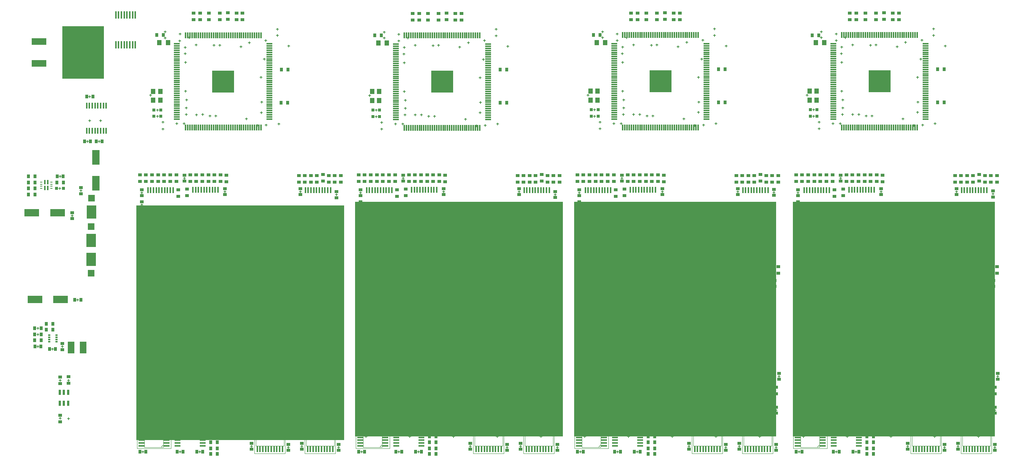
<source format=gtp>
G04*
G04 #@! TF.GenerationSoftware,Altium Limited,Altium Designer,18.1.7 (191)*
G04*
G04 Layer_Color=8421504*
%FSLAX25Y25*%
%MOIN*%
G70*
G01*
G75*
%ADD13C,0.00394*%
%ADD14C,0.00500*%
%ADD18C,0.00197*%
%ADD19R,1.90000X2.15000*%
%ADD20R,1.85000X2.15000*%
%ADD21R,0.01772X0.05807*%
%ADD22R,0.05807X0.01772*%
%ADD23R,0.03500X0.03000*%
%ADD24R,0.02362X0.04921*%
%ADD25R,0.13386X0.07087*%
%ADD26R,0.07087X0.13386*%
%ADD27R,0.38386X0.48031*%
%ADD28R,0.13780X0.06299*%
%ADD29R,0.03543X0.03000*%
%ADD30R,0.08661X0.12205*%
%ADD31R,0.05984X0.05906*%
%ADD32R,0.06299X0.11000*%
%ADD33R,0.03000X0.03500*%
%ADD34R,0.03000X0.03543*%
%ADD35R,0.01772X0.06594*%
%ADD36R,0.02756X0.03150*%
%ADD37R,0.01575X0.04134*%
%ADD38R,0.02362X0.00787*%
%ADD39R,0.01870X0.01181*%
%ADD40R,0.03937X0.04921*%
%ADD41R,0.05807X0.01181*%
%ADD42R,0.01181X0.05807*%
%ADD43R,0.04331X0.05118*%
%ADD44R,0.20276X0.20276*%
D13*
X886858Y17055D02*
Y34378D01*
X861268Y17055D02*
X886858D01*
X861268D02*
Y34378D01*
X886858D01*
X884299D02*
X886858Y31819D01*
X686858Y17055D02*
Y34378D01*
X661268Y17055D02*
X686858D01*
X661268D02*
Y34378D01*
X686858D01*
X684299D02*
X686858Y31819D01*
X486858Y17055D02*
Y34378D01*
X461268Y17055D02*
X486858D01*
X461268D02*
Y34378D01*
X486858D01*
X484299D02*
X486858Y31819D01*
X286858Y17055D02*
Y34378D01*
X261268Y17055D02*
X286858D01*
X261268D02*
Y34378D01*
X286858D01*
X284299D02*
X286858Y31819D01*
X840858Y17055D02*
Y34378D01*
X815268Y17055D02*
X840858D01*
X815268D02*
Y34378D01*
X840858D01*
X838299D02*
X840858Y31819D01*
X640858Y17055D02*
Y34378D01*
X615268Y17055D02*
X640858D01*
X615268D02*
Y34378D01*
X640858D01*
X638299D02*
X640858Y31819D01*
X440858Y17055D02*
Y34378D01*
X415268Y17055D02*
X440858D01*
X415268D02*
Y34378D01*
X440858D01*
X438299D02*
X440858Y31819D01*
X240858Y17055D02*
Y34378D01*
X215268Y17055D02*
X240858D01*
X215268D02*
Y34378D01*
X240858D01*
X238299D02*
X240858Y31819D01*
X713402Y15921D02*
X730725D01*
X713402D02*
Y41512D01*
X730725D01*
Y15921D02*
Y41512D01*
X728165Y15921D02*
X730725Y18480D01*
X513402Y15921D02*
X530725D01*
X513402D02*
Y41512D01*
X530725D01*
Y15921D02*
Y41512D01*
X528165Y15921D02*
X530725Y18480D01*
X313402Y15921D02*
X330725D01*
X313402D02*
Y41512D01*
X330725D01*
Y15921D02*
Y41512D01*
X328166Y15921D02*
X330725Y18480D01*
X113402Y15921D02*
X130725D01*
X113402D02*
Y41512D01*
X130725D01*
Y15921D02*
Y41512D01*
X128165Y15921D02*
X130725Y18480D01*
X713402Y60921D02*
X730725D01*
X713402D02*
Y86512D01*
X730725D01*
Y60921D02*
Y86512D01*
X728165Y60921D02*
X730725Y63480D01*
X513402Y60921D02*
X530725D01*
X513402D02*
Y86512D01*
X530725D01*
Y60921D02*
Y86512D01*
X528165Y60921D02*
X530725Y63480D01*
X313402Y60921D02*
X330725D01*
X313402D02*
Y86512D01*
X330725D01*
Y60921D02*
Y86512D01*
X328166Y60921D02*
X330725Y63480D01*
X113402Y60921D02*
X130725D01*
X113402D02*
Y86512D01*
X130725D01*
Y60921D02*
Y86512D01*
X128165Y60921D02*
X130725Y63480D01*
X884858Y115055D02*
Y132378D01*
X859268Y115055D02*
X884858D01*
X859268D02*
Y132378D01*
X884858D01*
X882299D02*
X884858Y129819D01*
X684858Y115055D02*
Y132378D01*
X659268Y115055D02*
X684858D01*
X659268D02*
Y132378D01*
X684858D01*
X682299D02*
X684858Y129819D01*
X484858Y115055D02*
Y132378D01*
X459268Y115055D02*
X484858D01*
X459268D02*
Y132378D01*
X484858D01*
X482299D02*
X484858Y129819D01*
X284858Y115055D02*
Y132378D01*
X259268Y115055D02*
X284858D01*
X259268D02*
Y132378D01*
X284858D01*
X282299D02*
X284858Y129819D01*
X713402Y105921D02*
X730725D01*
X713402D02*
Y131512D01*
X730725D01*
Y105921D02*
Y131512D01*
X728165Y105921D02*
X730725Y108480D01*
X513402Y105921D02*
X530725D01*
X513402D02*
Y131512D01*
X530725D01*
Y105921D02*
Y131512D01*
X528165Y105921D02*
X530725Y108480D01*
X313402Y105921D02*
X330725D01*
X313402D02*
Y131512D01*
X330725D01*
Y105921D02*
Y131512D01*
X328166Y105921D02*
X330725Y108480D01*
X113402Y105921D02*
X130725D01*
X113402D02*
Y131512D01*
X130725D01*
Y105921D02*
Y131512D01*
X128165Y105921D02*
X130725Y108480D01*
X713402Y151921D02*
X730725D01*
X713402D02*
Y177512D01*
X730725D01*
Y151921D02*
Y177512D01*
X728165Y151921D02*
X730725Y154480D01*
X513402Y151921D02*
X530725D01*
X513402D02*
Y177512D01*
X530725D01*
Y151921D02*
Y177512D01*
X528165Y151921D02*
X530725Y154480D01*
X313402Y151921D02*
X330725D01*
X313402D02*
Y177512D01*
X330725D01*
Y151921D02*
Y177512D01*
X328166Y151921D02*
X330725Y154480D01*
X113402Y151921D02*
X130725D01*
X113402D02*
Y177512D01*
X130725D01*
Y151921D02*
Y177512D01*
X128165Y151921D02*
X130725Y154480D01*
X884858Y198055D02*
Y215378D01*
X859268Y198055D02*
X884858D01*
X859268D02*
Y215378D01*
X884858D01*
X882299D02*
X884858Y212819D01*
X684858Y198055D02*
Y215378D01*
X659268Y198055D02*
X684858D01*
X659268D02*
Y215378D01*
X684858D01*
X682299D02*
X684858Y212819D01*
X484858Y198055D02*
Y215378D01*
X459268Y198055D02*
X484858D01*
X459268D02*
Y215378D01*
X484858D01*
X482299D02*
X484858Y212819D01*
X284858Y198055D02*
Y215378D01*
X259268Y198055D02*
X284858D01*
X259268D02*
Y215378D01*
X284858D01*
X282299D02*
X284858Y212819D01*
X781918Y198389D02*
Y215712D01*
X756327Y198389D02*
X781918D01*
X756327D02*
Y215712D01*
X781918D01*
X779359D02*
X781918Y213153D01*
X581918Y198389D02*
Y215712D01*
X556327Y198389D02*
X581918D01*
X556327D02*
Y215712D01*
X581918D01*
X579359D02*
X581918Y213153D01*
X381918Y198389D02*
Y215712D01*
X356328Y198389D02*
X381918D01*
X356328D02*
Y215712D01*
X381918D01*
X379359D02*
X381918Y213153D01*
X181918Y198389D02*
Y215712D01*
X156327Y198389D02*
X181918D01*
X156327D02*
Y215712D01*
X181918D01*
X179359D02*
X181918Y213153D01*
X740864Y197087D02*
Y214409D01*
X715273Y197087D02*
X740864D01*
X715273D02*
Y214409D01*
X740864D01*
X738305D02*
X740864Y211850D01*
X540864Y197087D02*
Y214409D01*
X515273Y197087D02*
X540864D01*
X515273D02*
Y214409D01*
X540864D01*
X538305D02*
X540864Y211850D01*
X340864Y197087D02*
Y214409D01*
X315273Y197087D02*
X340864D01*
X315273D02*
Y214409D01*
X340864D01*
X338305D02*
X340864Y211850D01*
X140864Y197087D02*
Y214409D01*
X115273Y197087D02*
X140864D01*
X115273D02*
Y214409D01*
X140864D01*
X138305D02*
X140864Y211850D01*
D14*
X35167Y42471D02*
X37167D01*
X36167Y41471D02*
Y43471D01*
X35177Y77003D02*
X37177D01*
X36177Y76003D02*
Y78003D01*
X43137Y42227D02*
X45137D01*
X44137Y41227D02*
Y43227D01*
X43037Y77217D02*
X45037D01*
X44037Y76217D02*
Y78217D01*
X16032Y123803D02*
Y125803D01*
X15032Y124803D02*
X17032D01*
X16002Y118213D02*
Y120213D01*
X15002Y119213D02*
X17002D01*
X72484Y314866D02*
X74484D01*
X73484Y313866D02*
Y315866D01*
X62244Y314866D02*
X64244D01*
X63244Y313866D02*
Y315866D01*
X38282Y107039D02*
Y109039D01*
X37282Y108039D02*
X39282D01*
X15002Y108165D02*
X17002D01*
X16002Y107165D02*
Y109165D01*
X71070Y295647D02*
X73070D01*
X72070Y294647D02*
Y296646D01*
X52468Y149706D02*
Y151707D01*
X51468Y150707D02*
X53468D01*
X35016Y252918D02*
X37016D01*
X36016Y251918D02*
Y253918D01*
X62474Y336706D02*
X64474D01*
X63474Y335706D02*
Y337706D01*
X60364Y295827D02*
X62364D01*
X61364Y294827D02*
Y296827D01*
X54234Y250657D02*
X56234D01*
X55234Y249657D02*
Y251657D01*
X46424Y227826D02*
X48424D01*
X47424Y226827D02*
Y228826D01*
X35278Y263834D02*
X37278D01*
X36278Y262834D02*
Y264834D01*
X28322Y105783D02*
X30322D01*
X29322Y104783D02*
Y106783D01*
X456227Y16716D02*
X458227D01*
X457227Y15717D02*
Y17717D01*
X456227Y49716D02*
X458227D01*
X457227Y48717D02*
Y50717D01*
X456063Y68717D02*
X458063D01*
X457063Y67716D02*
Y69717D01*
X490063Y15717D02*
X492063D01*
X491063Y14717D02*
Y16716D01*
X490063Y49716D02*
X492063D01*
X491063Y48717D02*
Y50717D01*
X492508Y80717D02*
X494508D01*
X493507Y79716D02*
Y81717D01*
X476063Y24716D02*
Y26717D01*
X475063Y25717D02*
X477063D01*
X476063Y39717D02*
Y41717D01*
X475063Y40716D02*
X477063D01*
X476063Y54716D02*
Y56717D01*
X475063Y55717D02*
X477063D01*
X876063Y54716D02*
Y56717D01*
X875063Y55717D02*
X877063D01*
X876063Y39717D02*
Y41717D01*
X875063Y40716D02*
X877063D01*
X876063Y24716D02*
Y26717D01*
X875063Y25717D02*
X877063D01*
X676063Y54716D02*
Y56717D01*
X675063Y55717D02*
X677063D01*
X676063Y39717D02*
Y41717D01*
X675063Y40716D02*
X677063D01*
X676063Y24716D02*
Y26717D01*
X675063Y25717D02*
X677063D01*
X876063Y69717D02*
Y71716D01*
X875063Y70717D02*
X877063D01*
X876063Y84716D02*
Y86717D01*
X875063Y85716D02*
X877063D01*
X836063Y24716D02*
Y26717D01*
X835063Y25717D02*
X837063D01*
X836063Y39717D02*
Y41717D01*
X835063Y40716D02*
X837063D01*
X836063Y54716D02*
Y56717D01*
X835063Y55717D02*
X837063D01*
X836063Y69717D02*
Y71716D01*
X835063Y70717D02*
X837063D01*
X836063Y84716D02*
Y86717D01*
X835063Y85716D02*
X837063D01*
X796063Y24716D02*
Y26717D01*
X795063Y25717D02*
X797063D01*
X676063Y69717D02*
Y71716D01*
X675063Y70717D02*
X677063D01*
X676063Y84716D02*
Y86717D01*
X675063Y85716D02*
X677063D01*
X636063Y24716D02*
Y26717D01*
X635063Y25717D02*
X637063D01*
X636063Y39717D02*
Y41717D01*
X635063Y40716D02*
X637063D01*
X636063Y54716D02*
Y56717D01*
X635063Y55717D02*
X637063D01*
X636063Y69717D02*
Y71716D01*
X635063Y70717D02*
X637063D01*
X636063Y84716D02*
Y86717D01*
X635063Y85716D02*
X637063D01*
X596063Y24716D02*
Y26717D01*
X595063Y25717D02*
X597063D01*
X476063Y69717D02*
Y71716D01*
X475063Y70717D02*
X477063D01*
X476063Y84716D02*
Y86717D01*
X475063Y85716D02*
X477063D01*
X436063Y24716D02*
Y26717D01*
X435063Y25717D02*
X437063D01*
X436063Y39717D02*
Y41717D01*
X435063Y40716D02*
X437063D01*
X436063Y54716D02*
Y56717D01*
X435063Y55717D02*
X437063D01*
X436063Y69717D02*
Y71716D01*
X435063Y70717D02*
X437063D01*
X436063Y84716D02*
Y86717D01*
X435063Y85716D02*
X437063D01*
X396063Y24716D02*
Y26717D01*
X395063Y25717D02*
X397063D01*
X756063Y24716D02*
Y26717D01*
X755063Y25717D02*
X757063D01*
X716063Y24716D02*
Y26717D01*
X715063Y25717D02*
X717063D01*
X796063Y39717D02*
Y41717D01*
X795063Y40716D02*
X797063D01*
X756063Y39717D02*
Y41717D01*
X755063Y40716D02*
X757063D01*
X716063Y39717D02*
Y41717D01*
X715063Y40716D02*
X717063D01*
X796063Y54716D02*
Y56717D01*
X795063Y55717D02*
X797063D01*
X756063Y54716D02*
Y56717D01*
X755063Y55717D02*
X757063D01*
X716063Y54716D02*
Y56717D01*
X715063Y55717D02*
X717063D01*
X556063Y24716D02*
Y26717D01*
X555063Y25717D02*
X557063D01*
X516063Y24716D02*
Y26717D01*
X515063Y25717D02*
X517063D01*
X596063Y39717D02*
Y41717D01*
X595063Y40716D02*
X597063D01*
X556063Y39717D02*
Y41717D01*
X555063Y40716D02*
X557063D01*
X516063Y39717D02*
Y41717D01*
X515063Y40716D02*
X517063D01*
X596063Y54716D02*
Y56717D01*
X595063Y55717D02*
X597063D01*
X556063Y54716D02*
Y56717D01*
X555063Y55717D02*
X557063D01*
X516063Y54716D02*
Y56717D01*
X515063Y55717D02*
X517063D01*
X356063Y24716D02*
Y26717D01*
X355063Y25717D02*
X357063D01*
X316063Y24716D02*
Y26717D01*
X315063Y25717D02*
X317063D01*
X396063Y39717D02*
Y41717D01*
X395063Y40716D02*
X397063D01*
X356063Y39717D02*
Y41717D01*
X355063Y40716D02*
X357063D01*
X316063Y39717D02*
Y41717D01*
X315063Y40716D02*
X317063D01*
X396063Y54716D02*
Y56717D01*
X395063Y55717D02*
X397063D01*
X356063Y54716D02*
Y56717D01*
X355063Y55717D02*
X357063D01*
X316063Y54716D02*
Y56717D01*
X315063Y55717D02*
X317063D01*
X796063Y69717D02*
Y71716D01*
X795063Y70717D02*
X797063D01*
X756063Y69717D02*
Y71716D01*
X755063Y70717D02*
X757063D01*
X716063Y69717D02*
Y71716D01*
X715063Y70717D02*
X717063D01*
X796063Y84716D02*
Y86717D01*
X795063Y85716D02*
X797063D01*
X756063Y84716D02*
Y86717D01*
X755063Y85716D02*
X757063D01*
X716063Y84716D02*
Y86717D01*
X715063Y85716D02*
X717063D01*
X756063Y99717D02*
Y101716D01*
X755063Y100716D02*
X757063D01*
X716063Y99717D02*
Y101716D01*
X715063Y100716D02*
X717063D01*
X596063Y69717D02*
Y71716D01*
X595063Y70717D02*
X597063D01*
X556063Y69717D02*
Y71716D01*
X555063Y70717D02*
X557063D01*
X516063Y69717D02*
Y71716D01*
X515063Y70717D02*
X517063D01*
X596063Y84716D02*
Y86717D01*
X595063Y85716D02*
X597063D01*
X556063Y84716D02*
Y86717D01*
X555063Y85716D02*
X557063D01*
X516063Y84716D02*
Y86717D01*
X515063Y85716D02*
X517063D01*
X556063Y99717D02*
Y101716D01*
X555063Y100716D02*
X557063D01*
X516063Y99717D02*
Y101716D01*
X515063Y100716D02*
X517063D01*
X396063Y69717D02*
Y71716D01*
X395063Y70717D02*
X397063D01*
X356063Y69717D02*
Y71716D01*
X355063Y70717D02*
X357063D01*
X316063Y69717D02*
Y71716D01*
X315063Y70717D02*
X317063D01*
X396063Y84716D02*
Y86717D01*
X395063Y85716D02*
X397063D01*
X356063Y84716D02*
Y86717D01*
X355063Y85716D02*
X357063D01*
X316063Y84716D02*
Y86717D01*
X315063Y85716D02*
X317063D01*
X356063Y99717D02*
Y101716D01*
X355063Y100716D02*
X357063D01*
X316063Y99717D02*
Y101716D01*
X315063Y100716D02*
X317063D01*
X876063Y99717D02*
Y101716D01*
X875063Y100716D02*
X877063D01*
X876063Y114716D02*
Y116717D01*
X875063Y115717D02*
X877063D01*
X876063Y129717D02*
Y131717D01*
X875063Y130717D02*
X877063D01*
X876063Y144717D02*
Y146716D01*
X875063Y145717D02*
X877063D01*
X836063Y99717D02*
Y101716D01*
X835063Y100716D02*
X837063D01*
X836063Y114716D02*
Y116717D01*
X835063Y115717D02*
X837063D01*
X836063Y144717D02*
Y146716D01*
X835063Y145717D02*
X837063D01*
X836063Y129717D02*
Y131717D01*
X835063Y130717D02*
X837063D01*
X676063Y99717D02*
Y101716D01*
X675063Y100716D02*
X677063D01*
X676063Y114716D02*
Y116717D01*
X675063Y115717D02*
X677063D01*
X676063Y129717D02*
Y131717D01*
X675063Y130717D02*
X677063D01*
X676063Y144717D02*
Y146716D01*
X675063Y145717D02*
X677063D01*
X636063Y99717D02*
Y101716D01*
X635063Y100716D02*
X637063D01*
X636063Y114716D02*
Y116717D01*
X635063Y115717D02*
X637063D01*
X636063Y144717D02*
Y146716D01*
X635063Y145717D02*
X637063D01*
X636063Y129717D02*
Y131717D01*
X635063Y130717D02*
X637063D01*
X476063Y99717D02*
Y101716D01*
X475063Y100716D02*
X477063D01*
X476063Y114716D02*
Y116717D01*
X475063Y115717D02*
X477063D01*
X476063Y129717D02*
Y131717D01*
X475063Y130717D02*
X477063D01*
X476063Y144717D02*
Y146716D01*
X475063Y145717D02*
X477063D01*
X436063Y99717D02*
Y101716D01*
X435063Y100716D02*
X437063D01*
X436063Y114716D02*
Y116717D01*
X435063Y115717D02*
X437063D01*
X436063Y144717D02*
Y146716D01*
X435063Y145717D02*
X437063D01*
X436063Y129717D02*
Y131717D01*
X435063Y130717D02*
X437063D01*
X796063Y99717D02*
Y101716D01*
X795063Y100716D02*
X797063D01*
X796063Y114716D02*
Y116717D01*
X795063Y115717D02*
X797063D01*
X756063Y114716D02*
Y116717D01*
X755063Y115717D02*
X757063D01*
X716063Y114716D02*
Y116717D01*
X715063Y115717D02*
X717063D01*
X796063Y129717D02*
Y131717D01*
X795063Y130717D02*
X797063D01*
X756063Y129717D02*
Y131717D01*
X755063Y130717D02*
X757063D01*
X716063Y129717D02*
Y131717D01*
X715063Y130717D02*
X717063D01*
X716063Y144717D02*
Y146716D01*
X715063Y145717D02*
X717063D01*
X596063Y99717D02*
Y101716D01*
X595063Y100716D02*
X597063D01*
X596063Y114716D02*
Y116717D01*
X595063Y115717D02*
X597063D01*
X556063Y114716D02*
Y116717D01*
X555063Y115717D02*
X557063D01*
X516063Y114716D02*
Y116717D01*
X515063Y115717D02*
X517063D01*
X596063Y129717D02*
Y131717D01*
X595063Y130717D02*
X597063D01*
X556063Y129717D02*
Y131717D01*
X555063Y130717D02*
X557063D01*
X516063Y129717D02*
Y131717D01*
X515063Y130717D02*
X517063D01*
X516063Y144717D02*
Y146716D01*
X515063Y145717D02*
X517063D01*
X396063Y99717D02*
Y101716D01*
X395063Y100716D02*
X397063D01*
X396063Y114716D02*
Y116717D01*
X395063Y115717D02*
X397063D01*
X356063Y114716D02*
Y116717D01*
X355063Y115717D02*
X357063D01*
X316063Y114716D02*
Y116717D01*
X315063Y115717D02*
X317063D01*
X396063Y129717D02*
Y131717D01*
X395063Y130717D02*
X397063D01*
X356063Y129717D02*
Y131717D01*
X355063Y130717D02*
X357063D01*
X316063Y129717D02*
Y131717D01*
X315063Y130717D02*
X317063D01*
X316063Y144717D02*
Y146716D01*
X315063Y145717D02*
X317063D01*
X756063Y144717D02*
Y146716D01*
X755063Y145717D02*
X757063D01*
X796063Y144717D02*
Y146716D01*
X795063Y145717D02*
X797063D01*
X796063Y159716D02*
Y161716D01*
X795063Y160716D02*
X797063D01*
X756063Y159716D02*
Y161716D01*
X755063Y160716D02*
X757063D01*
X716063Y159716D02*
Y161716D01*
X715063Y160716D02*
X717063D01*
X796063Y174716D02*
Y176716D01*
X795063Y175716D02*
X797063D01*
X756063Y174716D02*
Y176716D01*
X755063Y175716D02*
X757063D01*
X716063Y174716D02*
Y176716D01*
X715063Y175716D02*
X717063D01*
X556063Y144717D02*
Y146716D01*
X555063Y145717D02*
X557063D01*
X596063Y144717D02*
Y146716D01*
X595063Y145717D02*
X597063D01*
X596063Y159716D02*
Y161716D01*
X595063Y160716D02*
X597063D01*
X556063Y159716D02*
Y161716D01*
X555063Y160716D02*
X557063D01*
X516063Y159716D02*
Y161716D01*
X515063Y160716D02*
X517063D01*
X596063Y174716D02*
Y176716D01*
X595063Y175716D02*
X597063D01*
X556063Y174716D02*
Y176716D01*
X555063Y175716D02*
X557063D01*
X516063Y174716D02*
Y176716D01*
X515063Y175716D02*
X517063D01*
X356063Y144717D02*
Y146716D01*
X355063Y145717D02*
X357063D01*
X396063Y144717D02*
Y146716D01*
X395063Y145717D02*
X397063D01*
X396063Y159716D02*
Y161716D01*
X395063Y160716D02*
X397063D01*
X356063Y159716D02*
Y161716D01*
X355063Y160716D02*
X357063D01*
X316063Y159716D02*
Y161716D01*
X315063Y160716D02*
X317063D01*
X396063Y174716D02*
Y176716D01*
X395063Y175716D02*
X397063D01*
X356063Y174716D02*
Y176716D01*
X355063Y175716D02*
X357063D01*
X316063Y174716D02*
Y176716D01*
X315063Y175716D02*
X317063D01*
X876063Y174716D02*
Y176716D01*
X875063Y175716D02*
X877063D01*
X876063Y159716D02*
Y161716D01*
X875063Y160716D02*
X877063D01*
X876063Y189716D02*
Y191717D01*
X875063Y190717D02*
X877063D01*
X876063Y204716D02*
Y206716D01*
X875063Y205716D02*
X877063D01*
X876063Y219717D02*
Y221716D01*
X875063Y220717D02*
X877063D01*
X876063Y234717D02*
Y236717D01*
X875063Y235717D02*
X877063D01*
X836063Y159716D02*
Y161716D01*
X835063Y160716D02*
X837063D01*
X836063Y174716D02*
Y176716D01*
X835063Y175716D02*
X837063D01*
X676063Y174716D02*
Y176716D01*
X675063Y175716D02*
X677063D01*
X676063Y159716D02*
Y161716D01*
X675063Y160716D02*
X677063D01*
X676063Y189716D02*
Y191717D01*
X675063Y190717D02*
X677063D01*
X676063Y204716D02*
Y206716D01*
X675063Y205716D02*
X677063D01*
X676063Y219717D02*
Y221716D01*
X675063Y220717D02*
X677063D01*
X676063Y234717D02*
Y236717D01*
X675063Y235717D02*
X677063D01*
X636063Y159716D02*
Y161716D01*
X635063Y160716D02*
X637063D01*
X636063Y174716D02*
Y176716D01*
X635063Y175716D02*
X637063D01*
X476063Y174716D02*
Y176716D01*
X475063Y175716D02*
X477063D01*
X476063Y159716D02*
Y161716D01*
X475063Y160716D02*
X477063D01*
X476063Y189716D02*
Y191717D01*
X475063Y190717D02*
X477063D01*
X476063Y204716D02*
Y206716D01*
X475063Y205716D02*
X477063D01*
X476063Y219717D02*
Y221716D01*
X475063Y220717D02*
X477063D01*
X476063Y234717D02*
Y236717D01*
X475063Y235717D02*
X477063D01*
X436063Y159716D02*
Y161716D01*
X435063Y160716D02*
X437063D01*
X436063Y174716D02*
Y176716D01*
X435063Y175716D02*
X437063D01*
X786063Y249716D02*
X788063D01*
X787063Y248716D02*
Y250716D01*
X751287Y198050D02*
X753287D01*
X752287Y197050D02*
Y199050D01*
X749123Y262050D02*
X751123D01*
X750123Y261050D02*
Y263050D01*
X785123Y197050D02*
X787123D01*
X786123Y196050D02*
Y198050D01*
X751287Y231125D02*
X753287D01*
X752287Y230125D02*
Y232125D01*
X785123Y231050D02*
X787123D01*
X786123Y230050D02*
Y232050D01*
X585123Y197050D02*
X587123D01*
X586123Y196050D02*
Y198050D01*
X585123Y231050D02*
X587123D01*
X586123Y230050D02*
Y232050D01*
X586063Y249716D02*
X588063D01*
X587063Y248716D02*
Y250716D01*
X551287Y198050D02*
X553287D01*
X552287Y197050D02*
Y199050D01*
X551287Y231125D02*
X553287D01*
X552287Y230125D02*
Y232125D01*
X549123Y262050D02*
X551123D01*
X550123Y261050D02*
Y263050D01*
X796063Y189716D02*
Y191717D01*
X795063Y190717D02*
X797063D01*
X836063Y189716D02*
Y191717D01*
X835063Y190717D02*
X837063D01*
X836063Y204716D02*
Y206716D01*
X835063Y205716D02*
X837063D01*
X796063Y204716D02*
Y206716D01*
X795063Y205716D02*
X797063D01*
X836063Y219717D02*
Y221716D01*
X835063Y220717D02*
X837063D01*
X796063Y219717D02*
Y221716D01*
X795063Y220717D02*
X797063D01*
X836063Y234717D02*
Y236717D01*
X835063Y235717D02*
X837063D01*
X796063Y234717D02*
Y236717D01*
X795063Y235717D02*
X797063D01*
X596063Y189716D02*
Y191717D01*
X595063Y190717D02*
X597063D01*
X636063Y189716D02*
Y191717D01*
X635063Y190717D02*
X637063D01*
X636063Y204716D02*
Y206716D01*
X635063Y205716D02*
X637063D01*
X596063Y204716D02*
Y206716D01*
X595063Y205716D02*
X597063D01*
X636063Y219717D02*
Y221716D01*
X635063Y220717D02*
X637063D01*
X596063Y219717D02*
Y221716D01*
X595063Y220717D02*
X597063D01*
X636063Y234717D02*
Y236717D01*
X635063Y235717D02*
X637063D01*
X596063Y234717D02*
Y236717D01*
X595063Y235717D02*
X597063D01*
X396063Y189716D02*
Y191717D01*
X395063Y190717D02*
X397063D01*
X436063Y189716D02*
Y191717D01*
X435063Y190717D02*
X437063D01*
X436063Y204716D02*
Y206716D01*
X435063Y205716D02*
X437063D01*
X396063Y204716D02*
Y206716D01*
X395063Y205716D02*
X397063D01*
X436063Y219717D02*
Y221716D01*
X435063Y220717D02*
X437063D01*
X396063Y219717D02*
Y221716D01*
X395063Y220717D02*
X397063D01*
X436063Y234717D02*
Y236717D01*
X435063Y235717D02*
X437063D01*
X396063Y234717D02*
Y236717D01*
X395063Y235717D02*
X397063D01*
X510227Y197716D02*
X512227D01*
X511227Y196716D02*
Y198716D01*
X510063Y224716D02*
X512063D01*
X511063Y223716D02*
Y225716D01*
X510063Y237717D02*
X512063D01*
X511063Y236717D02*
Y238717D01*
X510063Y248716D02*
X512063D01*
X511063Y247716D02*
Y249716D01*
X543456Y197740D02*
X545456D01*
X544456Y196740D02*
Y198740D01*
X544063Y230716D02*
X546063D01*
X545063Y229716D02*
Y231716D01*
X316063Y189716D02*
Y191717D01*
X315063Y190717D02*
X317063D01*
X316063Y204716D02*
Y206716D01*
X315063Y205716D02*
X317063D01*
X316063Y219717D02*
Y221717D01*
X315063Y220717D02*
X317063D01*
X316063Y234717D02*
Y236717D01*
X315063Y235717D02*
X317063D01*
X356063Y189716D02*
Y191717D01*
X355063Y190717D02*
X357063D01*
X356063Y204716D02*
Y206716D01*
X355063Y205716D02*
X357063D01*
X356063Y219717D02*
Y221717D01*
X355063Y220717D02*
X357063D01*
X356063Y234717D02*
Y236717D01*
X355063Y235717D02*
X357063D01*
X344063Y230716D02*
X346063D01*
X345063Y229716D02*
Y231716D01*
X343456Y197740D02*
X345456D01*
X344456Y196740D02*
Y198740D01*
X310227Y197716D02*
X312227D01*
X311227Y196716D02*
Y198716D01*
X310063Y237717D02*
X312063D01*
X311063Y236717D02*
Y238717D01*
X310063Y248716D02*
X312063D01*
X311063Y247716D02*
Y249716D01*
X310063Y224716D02*
X312063D01*
X311063Y223716D02*
Y225716D01*
X756063Y189716D02*
Y191717D01*
X755063Y190717D02*
X757063D01*
X756063Y204716D02*
Y206716D01*
X755063Y205716D02*
X757063D01*
X756063Y219717D02*
Y221716D01*
X755063Y220717D02*
X757063D01*
X756063Y234717D02*
Y236717D01*
X755063Y235717D02*
X757063D01*
X716063Y189716D02*
Y191717D01*
X715063Y190717D02*
X717063D01*
X716063Y204716D02*
Y206716D01*
X715063Y205716D02*
X717063D01*
X716063Y219717D02*
Y221716D01*
X715063Y220717D02*
X717063D01*
X716063Y234717D02*
Y236717D01*
X715063Y235717D02*
X717063D01*
X556063Y189716D02*
Y191717D01*
X555063Y190717D02*
X557063D01*
X556063Y204716D02*
Y206716D01*
X555063Y205716D02*
X557063D01*
X556063Y219717D02*
Y221716D01*
X555063Y220717D02*
X557063D01*
X556063Y234717D02*
Y236717D01*
X555063Y235717D02*
X557063D01*
X516063Y189716D02*
Y191717D01*
X515063Y190717D02*
X517063D01*
X516063Y204716D02*
Y206716D01*
X515063Y205716D02*
X517063D01*
X516063Y219717D02*
Y221716D01*
X515063Y220717D02*
X517063D01*
X516063Y234717D02*
Y236717D01*
X515063Y235717D02*
X517063D01*
X276063Y204716D02*
Y206716D01*
X275063Y205716D02*
X277063D01*
X236063Y234717D02*
Y236717D01*
X235063Y235717D02*
X237063D01*
X196063Y144717D02*
Y146716D01*
X195063Y145717D02*
X197063D01*
X710227Y197716D02*
X712227D01*
X711227Y196716D02*
Y198716D01*
X744063Y230716D02*
X746063D01*
X745063Y229716D02*
Y231716D01*
X710063Y248716D02*
X712063D01*
X711063Y247716D02*
Y249716D01*
X710063Y224716D02*
X712063D01*
X711063Y223716D02*
Y225716D01*
X710063Y237717D02*
X712063D01*
X711063Y236717D02*
Y238717D01*
X743456Y197740D02*
X745456D01*
X744456Y196740D02*
Y198740D01*
X116063Y234717D02*
Y236717D01*
X115063Y235717D02*
X117063D01*
X115063Y220717D02*
X117063D01*
X116063Y219717D02*
Y221716D01*
X856227Y49716D02*
X858227D01*
X857227Y48717D02*
Y50717D01*
X892508Y80717D02*
X894508D01*
X893508Y79716D02*
Y81717D01*
X890063Y15717D02*
X892063D01*
X891063Y14717D02*
Y16716D01*
X890063Y49716D02*
X892063D01*
X891063Y48717D02*
Y50717D01*
X856063Y68717D02*
X858063D01*
X857063Y67716D02*
Y69717D01*
X856227Y16716D02*
X858227D01*
X857227Y15717D02*
Y17717D01*
X810227Y49716D02*
X812227D01*
X811227Y48717D02*
Y50717D01*
X844063Y66716D02*
X846063D01*
X845063Y65716D02*
Y67716D01*
X844063Y15717D02*
X846063D01*
X845063Y14717D02*
Y16716D01*
X844063Y49716D02*
X846063D01*
X845063Y48717D02*
Y50717D01*
X810063Y67716D02*
X812063D01*
X811063Y66716D02*
Y68717D01*
X810227Y16716D02*
X812227D01*
X811227Y15717D02*
Y17717D01*
X746063Y44553D02*
Y46553D01*
X745063Y45553D02*
X747063D01*
X764063Y10717D02*
Y12717D01*
X763063Y11716D02*
X765063D01*
X712063Y10717D02*
Y12717D01*
X711063Y11716D02*
X713063D01*
X746063Y10717D02*
Y12717D01*
X745063Y11716D02*
X747063D01*
X764173Y47819D02*
Y49819D01*
X763173Y48819D02*
X765173D01*
X713063Y44553D02*
Y46553D01*
X712063Y45553D02*
X714063D01*
X746063Y89553D02*
Y91553D01*
X745063Y90553D02*
X747063D01*
X765063Y55717D02*
Y57717D01*
X764063Y56717D02*
X766063D01*
X712063Y55717D02*
Y57717D01*
X711063Y56717D02*
X713063D01*
X746063Y55717D02*
Y57717D01*
X745063Y56717D02*
X747063D01*
X764173Y92701D02*
Y94701D01*
X763173Y93701D02*
X765173D01*
X713063Y89553D02*
Y91553D01*
X712063Y90553D02*
X714063D01*
X854227Y147716D02*
X856227D01*
X855227Y146716D02*
Y148716D01*
X888508Y165717D02*
X890508D01*
X889508Y164716D02*
Y166717D01*
X888063Y113716D02*
X890063D01*
X889063Y112716D02*
Y114716D01*
X888063Y147716D02*
X890063D01*
X889063Y146716D02*
Y148716D01*
X853906Y178605D02*
X855906D01*
X854906Y177605D02*
Y179605D01*
X854227Y114716D02*
X856227D01*
X855227Y113716D02*
Y115717D01*
X746063Y134553D02*
Y136553D01*
X745063Y135553D02*
X747063D01*
X764756Y100535D02*
Y102535D01*
X763756Y101535D02*
X765756D01*
X712063Y100716D02*
Y102717D01*
X711063Y101716D02*
X713063D01*
X746063Y100716D02*
Y102717D01*
X745063Y101716D02*
X747063D01*
X764684Y135048D02*
Y137048D01*
X763684Y136048D02*
X765684D01*
X713063Y134553D02*
Y136553D01*
X712063Y135553D02*
X714063D01*
X746138Y180553D02*
Y182553D01*
X745138Y181553D02*
X747138D01*
X764063Y146716D02*
Y148716D01*
X763063Y147716D02*
X765063D01*
X712063Y146716D02*
Y148716D01*
X711063Y147716D02*
X713063D01*
X746063Y146716D02*
Y148716D01*
X745063Y147716D02*
X747063D01*
X765063Y180717D02*
Y182717D01*
X764063Y181717D02*
X766063D01*
X713063Y180553D02*
Y182553D01*
X712063Y181553D02*
X714063D01*
X854227Y229716D02*
X856227D01*
X855227Y228716D02*
Y230716D01*
X888367Y247688D02*
X890367D01*
X889367Y246688D02*
Y248688D01*
X888063Y196716D02*
X890063D01*
X889063Y195717D02*
Y197716D01*
X888063Y230716D02*
X890063D01*
X889063Y229716D02*
Y231716D01*
X855089Y249716D02*
X857089D01*
X856089Y248716D02*
Y250716D01*
X854227Y197716D02*
X856227D01*
X855227Y196716D02*
Y198716D01*
X656227Y49716D02*
X658227D01*
X657227Y48717D02*
Y50717D01*
X692508Y80717D02*
X694508D01*
X693507Y79716D02*
Y81717D01*
X690063Y15717D02*
X692063D01*
X691063Y14717D02*
Y16716D01*
X690063Y49716D02*
X692063D01*
X691063Y48717D02*
Y50717D01*
X656063Y68717D02*
X658063D01*
X657063Y67716D02*
Y69717D01*
X656227Y16716D02*
X658227D01*
X657227Y15717D02*
Y17717D01*
X610227Y49716D02*
X612227D01*
X611227Y48717D02*
Y50717D01*
X644063Y66716D02*
X646063D01*
X645063Y65716D02*
Y67716D01*
X644063Y15717D02*
X646063D01*
X645063Y14717D02*
Y16716D01*
X644063Y49716D02*
X646063D01*
X645063Y48717D02*
Y50717D01*
X610063Y67716D02*
X612063D01*
X611063Y66716D02*
Y68717D01*
X610227Y16716D02*
X612227D01*
X611227Y15717D02*
Y17717D01*
X546063Y44553D02*
Y46553D01*
X545063Y45553D02*
X547063D01*
X564063Y10717D02*
Y12717D01*
X563063Y11716D02*
X565063D01*
X512063Y10717D02*
Y12717D01*
X511063Y11716D02*
X513063D01*
X546063Y10717D02*
Y12717D01*
X545063Y11716D02*
X547063D01*
X564173Y47819D02*
Y49819D01*
X563173Y48819D02*
X565173D01*
X513063Y44553D02*
Y46553D01*
X512063Y45553D02*
X514063D01*
X546063Y89553D02*
Y91553D01*
X545063Y90553D02*
X547063D01*
X565063Y55717D02*
Y57717D01*
X564063Y56717D02*
X566063D01*
X512063Y55717D02*
Y57717D01*
X511063Y56717D02*
X513063D01*
X546063Y55717D02*
Y57717D01*
X545063Y56717D02*
X547063D01*
X564173Y92701D02*
Y94701D01*
X563173Y93701D02*
X565173D01*
X513063Y89553D02*
Y91553D01*
X512063Y90553D02*
X514063D01*
X654227Y147716D02*
X656227D01*
X655227Y146716D02*
Y148716D01*
X688508Y165717D02*
X690508D01*
X689507Y164716D02*
Y166717D01*
X688063Y113716D02*
X690063D01*
X689063Y112716D02*
Y114716D01*
X688063Y147716D02*
X690063D01*
X689063Y146716D02*
Y148716D01*
X653906Y178605D02*
X655906D01*
X654906Y177605D02*
Y179605D01*
X654227Y114716D02*
X656227D01*
X655227Y113716D02*
Y115717D01*
X546063Y134553D02*
Y136553D01*
X545063Y135553D02*
X547063D01*
X564756Y100535D02*
Y102535D01*
X563756Y101535D02*
X565756D01*
X512063Y100716D02*
Y102717D01*
X511063Y101716D02*
X513063D01*
X546063Y100716D02*
Y102717D01*
X545063Y101716D02*
X547063D01*
X564684Y135048D02*
Y137048D01*
X563684Y136048D02*
X565684D01*
X513063Y134553D02*
Y136553D01*
X512063Y135553D02*
X514063D01*
X546138Y180553D02*
Y182553D01*
X545138Y181553D02*
X547138D01*
X564063Y146716D02*
Y148716D01*
X563063Y147716D02*
X565063D01*
X512063Y146716D02*
Y148716D01*
X511063Y147716D02*
X513063D01*
X546063Y146716D02*
Y148716D01*
X545063Y147716D02*
X547063D01*
X565063Y180717D02*
Y182717D01*
X564063Y181717D02*
X566063D01*
X513063Y180553D02*
Y182553D01*
X512063Y181553D02*
X514063D01*
X654227Y229716D02*
X656227D01*
X655227Y228716D02*
Y230716D01*
X688120Y249063D02*
X690120D01*
X689120Y248063D02*
Y250063D01*
X688063Y196716D02*
X690063D01*
X689063Y195717D02*
Y197716D01*
X688063Y230716D02*
X690063D01*
X689063Y229716D02*
Y231716D01*
X655089Y249716D02*
X657089D01*
X656089Y248716D02*
Y250716D01*
X654227Y197716D02*
X656227D01*
X655227Y196716D02*
Y198716D01*
X410227Y49716D02*
X412227D01*
X411227Y48717D02*
Y50717D01*
X444063Y66716D02*
X446063D01*
X445063Y65716D02*
Y67716D01*
X444063Y15717D02*
X446063D01*
X445063Y14717D02*
Y16716D01*
X444063Y49716D02*
X446063D01*
X445063Y48717D02*
Y50717D01*
X410063Y67716D02*
X412063D01*
X411063Y66716D02*
Y68717D01*
X410227Y16716D02*
X412227D01*
X411227Y15717D02*
Y17717D01*
X346063Y44553D02*
Y46553D01*
X345063Y45553D02*
X347063D01*
X364063Y10717D02*
Y12717D01*
X363063Y11716D02*
X365063D01*
X312063Y10717D02*
Y12717D01*
X311063Y11716D02*
X313063D01*
X346063Y10717D02*
Y12717D01*
X345063Y11716D02*
X347063D01*
X364173Y47819D02*
Y49819D01*
X363173Y48819D02*
X365173D01*
X313063Y44553D02*
Y46553D01*
X312063Y45553D02*
X314063D01*
X346063Y89553D02*
Y91553D01*
X345063Y90553D02*
X347063D01*
X365063Y55717D02*
Y57717D01*
X364063Y56717D02*
X366063D01*
X312063Y55717D02*
Y57717D01*
X311063Y56717D02*
X313063D01*
X346063Y55717D02*
Y57717D01*
X345063Y56717D02*
X347063D01*
X364173Y92701D02*
Y94701D01*
X363173Y93701D02*
X365173D01*
X313063Y89553D02*
Y91553D01*
X312063Y90553D02*
X314063D01*
X454227Y147716D02*
X456227D01*
X455227Y146716D02*
Y148716D01*
X488508Y165717D02*
X490508D01*
X489507Y164716D02*
Y166717D01*
X488063Y113716D02*
X490063D01*
X489063Y112716D02*
Y114716D01*
X488063Y147716D02*
X490063D01*
X489063Y146716D02*
Y148716D01*
X453906Y178605D02*
X455906D01*
X454906Y177605D02*
Y179605D01*
X454227Y114716D02*
X456227D01*
X455227Y113716D02*
Y115717D01*
X346063Y134553D02*
Y136553D01*
X345063Y135553D02*
X347063D01*
X364756Y100535D02*
Y102535D01*
X363756Y101535D02*
X365756D01*
X312063Y100716D02*
Y102717D01*
X311063Y101716D02*
X313063D01*
X346063Y100716D02*
Y102717D01*
X345063Y101716D02*
X347063D01*
X364684Y135048D02*
Y137048D01*
X363684Y136048D02*
X365684D01*
X313063Y134553D02*
Y136553D01*
X312063Y135553D02*
X314063D01*
X346138Y180553D02*
Y182553D01*
X345138Y181553D02*
X347138D01*
X364063Y146716D02*
Y148716D01*
X363063Y147716D02*
X365063D01*
X312063Y146716D02*
Y148716D01*
X311063Y147716D02*
X313063D01*
X346063Y146716D02*
Y148716D01*
X345063Y147716D02*
X347063D01*
X365063Y180717D02*
Y182717D01*
X364063Y181717D02*
X366063D01*
X313063Y180553D02*
Y182553D01*
X312063Y181553D02*
X314063D01*
X454227Y229716D02*
X456227D01*
X455227Y228716D02*
Y230716D01*
X488063Y247154D02*
X490063D01*
X489063Y246154D02*
Y248154D01*
X488063Y196716D02*
X490063D01*
X489063Y195717D02*
Y197716D01*
X488063Y230716D02*
X490063D01*
X489063Y229716D02*
Y231716D01*
X455089Y249716D02*
X457089D01*
X456089Y248716D02*
Y250716D01*
X454227Y197716D02*
X456227D01*
X455227Y196716D02*
Y198716D01*
X351287Y231125D02*
X353287D01*
X352287Y230125D02*
Y232125D01*
X386063Y249716D02*
X388063D01*
X387063Y248716D02*
Y250716D01*
X385123Y197050D02*
X387123D01*
X386123Y196050D02*
Y198050D01*
X385123Y231050D02*
X387123D01*
X386123Y230050D02*
Y232050D01*
X349123Y262050D02*
X351123D01*
X350123Y261050D02*
Y263050D01*
X351287Y198050D02*
X353287D01*
X352287Y197050D02*
Y199050D01*
X254906Y177605D02*
Y179605D01*
X253906Y178605D02*
X255906D01*
X155063Y115717D02*
X157063D01*
X156063Y114716D02*
Y116717D01*
X116063Y129717D02*
Y131717D01*
X115063Y130717D02*
X117063D01*
X236063Y174716D02*
Y176716D01*
X235063Y175716D02*
X237063D01*
X236063Y99717D02*
Y101716D01*
X235063Y100716D02*
X237063D01*
X116063Y144717D02*
Y146716D01*
X115063Y145717D02*
X117063D01*
X156063Y69717D02*
Y71716D01*
X155063Y70717D02*
X157063D01*
X145063Y90553D02*
X147063D01*
X146063Y89553D02*
Y91553D01*
X145063Y56717D02*
X147063D01*
X146063Y55717D02*
Y57717D01*
X256227Y49716D02*
X258227D01*
X257227Y48717D02*
Y50717D01*
X210227Y49716D02*
X212227D01*
X211227Y48717D02*
Y50717D01*
X146063Y44553D02*
Y46553D01*
X145063Y45553D02*
X147063D01*
X254227Y147716D02*
X256227D01*
X255227Y146716D02*
Y148716D01*
X288508Y165717D02*
X290508D01*
X289508Y164716D02*
Y166717D01*
X288063Y113716D02*
X290063D01*
X289063Y112716D02*
Y114716D01*
X288063Y147716D02*
X290063D01*
X289063Y146716D02*
Y148716D01*
X254227Y114716D02*
X256227D01*
X255227Y113716D02*
Y115717D01*
X146063Y134553D02*
Y136553D01*
X145063Y135553D02*
X147063D01*
X254227Y229716D02*
X256227D01*
X255227Y228716D02*
Y230716D01*
X185123Y197050D02*
X187123D01*
X186123Y196050D02*
Y198050D01*
X288063Y196716D02*
X290063D01*
X289063Y195717D02*
Y197716D01*
X111063Y147716D02*
X113063D01*
X112063Y146716D02*
Y148716D01*
X187063Y248716D02*
Y250716D01*
X186063Y249716D02*
X188063D01*
X289063Y245969D02*
Y247969D01*
X288063Y246969D02*
X290063D01*
X164063Y146716D02*
Y148716D01*
X163063Y147716D02*
X165063D01*
X152287Y230125D02*
Y232125D01*
X151287Y231125D02*
X153287D01*
X146138Y180553D02*
Y182553D01*
X145138Y181553D02*
X147138D01*
X150123Y261050D02*
Y263050D01*
X149123Y262050D02*
X151123D01*
X256089Y248716D02*
Y250716D01*
X255089Y249716D02*
X257089D01*
X165063Y180717D02*
Y182717D01*
X164063Y181717D02*
X166063D01*
X186123Y230050D02*
Y232050D01*
X185123Y231050D02*
X187123D01*
X289063Y229716D02*
Y231716D01*
X288063Y230716D02*
X290063D01*
X146063Y146716D02*
Y148716D01*
X145063Y147716D02*
X147063D01*
X151287Y198050D02*
X153287D01*
X152287Y197050D02*
Y199050D01*
X254227Y197716D02*
X256227D01*
X255227Y196716D02*
Y198716D01*
X112063Y181553D02*
X114063D01*
X113063Y180553D02*
Y182553D01*
X211227Y15717D02*
Y17717D01*
X210227Y16716D02*
X212227D01*
X245063Y14717D02*
Y16716D01*
X244063Y15717D02*
X246063D01*
X244063Y66716D02*
X246063D01*
X245063Y65716D02*
Y67716D01*
X210063D02*
X212063D01*
X211063Y66716D02*
Y68717D01*
X244063Y49716D02*
X246063D01*
X245063Y48717D02*
Y50717D01*
X257227Y15717D02*
Y17717D01*
X256227Y16716D02*
X258227D01*
X291063Y14717D02*
Y16716D01*
X290063Y15717D02*
X292063D01*
X292508Y80717D02*
X294508D01*
X293508Y79716D02*
Y81717D01*
X256063Y68717D02*
X258063D01*
X257063Y67716D02*
Y69717D01*
X290063Y49716D02*
X292063D01*
X291063Y48717D02*
Y50717D01*
X146063Y10717D02*
Y12717D01*
X145063Y11716D02*
X147063D01*
X164173Y47819D02*
Y49819D01*
X163173Y48819D02*
X165173D01*
X164063Y10717D02*
Y12717D01*
X163063Y11716D02*
X165063D01*
X111063D02*
X113063D01*
X112063Y10717D02*
Y12717D01*
Y45553D02*
X114063D01*
X113063Y44553D02*
Y46553D01*
X164173Y92701D02*
Y94701D01*
X163173Y93701D02*
X165173D01*
X165063Y55717D02*
Y57717D01*
X164063Y56717D02*
X166063D01*
X111063D02*
X113063D01*
X112063Y55717D02*
Y57717D01*
Y90553D02*
X114063D01*
X113063Y89553D02*
Y91553D01*
X146063Y100716D02*
Y102717D01*
X145063Y101716D02*
X147063D01*
X164684Y135048D02*
Y137048D01*
X163684Y136048D02*
X165684D01*
X164756Y100535D02*
Y102535D01*
X163756Y101535D02*
X165756D01*
X111063Y101716D02*
X113063D01*
X112063Y100716D02*
Y102717D01*
Y135553D02*
X114063D01*
X113063Y134553D02*
Y136553D01*
X196063Y234717D02*
Y236717D01*
X195063Y235717D02*
X197063D01*
X143456Y197740D02*
X145456D01*
X144456Y196740D02*
Y198740D01*
X110227Y197716D02*
X112227D01*
X111227Y196716D02*
Y198716D01*
X111063Y236717D02*
Y238717D01*
X110063Y237717D02*
X112063D01*
X111063Y223716D02*
Y225716D01*
X110063Y224716D02*
X112063D01*
X111063Y247716D02*
Y249716D01*
X110063Y248716D02*
X112063D01*
X145063Y229716D02*
Y231716D01*
X144063Y230716D02*
X146063D01*
X195063Y190717D02*
X197063D01*
X196063Y189716D02*
Y191717D01*
X115063Y175716D02*
X117063D01*
X116063Y174716D02*
Y176716D01*
X235063Y130717D02*
X237063D01*
X236063Y129717D02*
Y131717D01*
X115063Y100716D02*
X117063D01*
X116063Y99717D02*
Y101716D01*
X115063Y55717D02*
X117063D01*
X116063Y54716D02*
Y56717D01*
X195063Y25717D02*
X197063D01*
X196063Y24716D02*
Y26717D01*
X235063Y160716D02*
X237063D01*
X236063Y159716D02*
Y161716D01*
X155063Y175716D02*
X157063D01*
X156063Y174716D02*
Y176716D01*
X235063Y145717D02*
X237063D01*
X236063Y144717D02*
Y146716D01*
X155063Y100716D02*
X157063D01*
X156063Y99717D02*
Y101716D01*
X155063Y55717D02*
X157063D01*
X156063Y54716D02*
Y56717D01*
X235063Y85716D02*
X237063D01*
X236063Y84716D02*
Y86717D01*
X195063Y220717D02*
X197063D01*
X196063Y219717D02*
Y221716D01*
X275063Y235717D02*
X277063D01*
X276063Y234717D02*
Y236717D01*
X195063Y175716D02*
X197063D01*
X196063Y174716D02*
Y176716D01*
X155063Y130717D02*
X157063D01*
X156063Y129717D02*
Y131717D01*
X235063Y115717D02*
X237063D01*
X236063Y114716D02*
Y116717D01*
X115063Y85716D02*
X117063D01*
X116063Y84716D02*
Y86717D01*
X195063Y55717D02*
X197063D01*
X196063Y54716D02*
Y56717D01*
X235063Y70717D02*
X237063D01*
X236063Y69717D02*
Y71716D01*
X235063Y220717D02*
X237063D01*
X236063Y219717D02*
Y221716D01*
X275063Y220717D02*
X277063D01*
X276063Y219717D02*
Y221716D01*
X115063Y160716D02*
X117063D01*
X116063Y159716D02*
Y161716D01*
X195063Y130717D02*
X197063D01*
X196063Y129717D02*
Y131717D01*
X155063Y85716D02*
X157063D01*
X156063Y84716D02*
Y86717D01*
X115063Y40716D02*
X117063D01*
X116063Y39717D02*
Y41717D01*
X235063Y55717D02*
X237063D01*
X236063Y54716D02*
Y56717D01*
X195063Y205716D02*
X197063D01*
X196063Y204716D02*
Y206716D01*
X155063Y160716D02*
X157063D01*
X156063Y159716D02*
Y161716D01*
X115063Y115717D02*
X117063D01*
X116063Y114716D02*
Y116717D01*
X275063Y145717D02*
X277063D01*
X276063Y144717D02*
Y146716D01*
X195063Y85716D02*
X197063D01*
X196063Y84716D02*
Y86717D01*
X155063Y40716D02*
X157063D01*
X156063Y39717D02*
Y41717D01*
X235063Y40716D02*
X237063D01*
X236063Y39717D02*
Y41717D01*
X235063Y205716D02*
X237063D01*
X236063Y204716D02*
Y206716D01*
X275063Y190717D02*
X277063D01*
X276063Y189716D02*
Y191717D01*
X195063Y160716D02*
X197063D01*
X196063Y159716D02*
Y161716D01*
X275063Y130717D02*
X277063D01*
X276063Y129717D02*
Y131717D01*
X115063Y70717D02*
X117063D01*
X116063Y69717D02*
Y71716D01*
X195063Y40716D02*
X197063D01*
X196063Y39717D02*
Y41717D01*
X235063Y25717D02*
X237063D01*
X236063Y24716D02*
Y26717D01*
X275063Y25717D02*
X277063D01*
X276063Y24716D02*
Y26717D01*
X275063Y175716D02*
X277063D01*
X276063Y174716D02*
Y176716D01*
X155063Y145717D02*
X157063D01*
X156063Y144717D02*
Y146716D01*
X195063Y100716D02*
X197063D01*
X196063Y99717D02*
Y101716D01*
X275063Y100716D02*
X277063D01*
X276063Y99717D02*
Y101716D01*
X195063Y70717D02*
X197063D01*
X196063Y69717D02*
Y71716D01*
X155063Y25717D02*
X157063D01*
X156063Y24716D02*
Y26717D01*
X275063Y70717D02*
X277063D01*
X276063Y69717D02*
Y71716D01*
X275063Y55717D02*
X277063D01*
X276063Y54716D02*
Y56717D01*
X235063Y190717D02*
X237063D01*
X236063Y189716D02*
Y191717D01*
X275063Y160716D02*
X277063D01*
X276063Y159716D02*
Y161716D01*
X195063Y115717D02*
X197063D01*
X196063Y114716D02*
Y116717D01*
X275063Y115717D02*
X277063D01*
X276063Y114716D02*
Y116717D01*
X115063Y25717D02*
X117063D01*
X116063Y24716D02*
Y26717D01*
X275063Y85716D02*
X277063D01*
X276063Y84716D02*
Y86717D01*
X275063Y40716D02*
X277063D01*
X276063Y39717D02*
Y41717D01*
X115063Y205716D02*
X117063D01*
X116063Y204716D02*
Y206716D01*
X155063Y220717D02*
X157063D01*
X156063Y219717D02*
Y221716D01*
X155063Y235717D02*
X157063D01*
X156063Y234717D02*
Y236717D01*
X155063Y205716D02*
X157063D01*
X156063Y204716D02*
Y206716D01*
X115063Y190717D02*
X117063D01*
X116063Y189716D02*
Y191717D01*
X155063Y190717D02*
X157063D01*
X156063Y189716D02*
Y191717D01*
X131383Y390586D02*
X133383D01*
X132383Y389586D02*
Y391586D01*
X331493Y390326D02*
X333493D01*
X332493Y389327D02*
Y391326D01*
X532183Y389671D02*
Y391671D01*
X531183Y390671D02*
X533183D01*
X731483Y390686D02*
X733483D01*
X732483Y389686D02*
Y391687D01*
X209383Y385243D02*
Y387243D01*
X208383Y386243D02*
X210383D01*
X409493Y384982D02*
Y386982D01*
X408493Y385982D02*
X410493D01*
X608183Y386327D02*
X610183D01*
X609183Y385327D02*
Y387327D01*
X808483Y386343D02*
X810483D01*
X809483Y385343D02*
Y387343D01*
X233983Y398587D02*
X235983D01*
X234983Y397586D02*
Y399587D01*
X434093Y398326D02*
X436093D01*
X435093Y397326D02*
Y399326D01*
X634783Y397672D02*
Y399672D01*
X633783Y398672D02*
X635783D01*
X834083Y398687D02*
X836083D01*
X835083Y397687D02*
Y399687D01*
X131383Y396087D02*
X133383D01*
X132383Y395087D02*
Y397087D01*
X331493Y395827D02*
X333493D01*
X332493Y394827D02*
Y396827D01*
X532183Y395171D02*
Y397171D01*
X531183Y396171D02*
X533183D01*
X731483Y396186D02*
X733483D01*
X732483Y395186D02*
Y397186D01*
X144883Y394087D02*
X146883D01*
X145883Y393087D02*
Y395087D01*
X344993Y393827D02*
X346993D01*
X345993Y392827D02*
Y394827D01*
X545683Y393172D02*
Y395171D01*
X544683Y394172D02*
X546683D01*
X744983Y394186D02*
X746983D01*
X745983Y393186D02*
Y395186D01*
X235283Y311887D02*
X237283D01*
X236283Y310887D02*
Y312887D01*
X435393Y311627D02*
X437393D01*
X436393Y310627D02*
Y312627D01*
X636083Y310971D02*
Y312971D01*
X635083Y311971D02*
X637083D01*
X836383Y310986D02*
Y312986D01*
X835383Y311986D02*
X837383D01*
X154365Y389854D02*
Y391854D01*
X153365Y390854D02*
X155365D01*
X354475Y389594D02*
Y391594D01*
X353475Y390594D02*
X355475D01*
X553165Y390939D02*
X555165D01*
X554165Y389939D02*
Y391939D01*
X754465Y389954D02*
Y391954D01*
X753465Y390954D02*
X755465D01*
X233983Y392787D02*
X235983D01*
X234983Y391787D02*
Y393787D01*
X434093Y392527D02*
X436093D01*
X435093Y391527D02*
Y393527D01*
X634783Y391872D02*
Y393871D01*
X633783Y392871D02*
X635783D01*
X835083Y391886D02*
Y393886D01*
X834083Y392886D02*
X836083D01*
X144783Y387887D02*
X146783D01*
X145783Y386887D02*
Y388886D01*
X344893Y387627D02*
X346893D01*
X345893Y386627D02*
Y388627D01*
X545583Y386971D02*
Y388971D01*
X544583Y387971D02*
X546583D01*
X745883Y386986D02*
Y388986D01*
X744883Y387986D02*
X746883D01*
X142983Y310986D02*
Y312986D01*
X141983Y311986D02*
X143983D01*
X343093Y310726D02*
Y312726D01*
X342093Y311726D02*
X344093D01*
X541783Y312071D02*
X543783D01*
X542783Y311071D02*
Y313071D01*
X743083Y311087D02*
Y313087D01*
X742083Y312087D02*
X744083D01*
X223083Y370087D02*
Y372087D01*
X222083Y371087D02*
X224083D01*
X423193Y369827D02*
Y371827D01*
X422193Y370827D02*
X424193D01*
X621883Y371171D02*
X623883D01*
X622883Y370171D02*
Y372171D01*
X823183Y370186D02*
Y372186D01*
X822183Y371186D02*
X824183D01*
X150883Y333686D02*
X152883D01*
X151883Y332686D02*
Y334686D01*
X350993Y333426D02*
X352993D01*
X351993Y332427D02*
Y334426D01*
X551683Y332771D02*
Y334771D01*
X550683Y333771D02*
X552683D01*
X750983Y333787D02*
X752983D01*
X751983Y332786D02*
Y334787D01*
X149583Y311087D02*
Y313087D01*
X148583Y312087D02*
X150583D01*
X349693Y310826D02*
Y312826D01*
X348693Y311826D02*
X350693D01*
X548383Y312172D02*
X550383D01*
X549383Y311172D02*
Y313172D01*
X749683Y311187D02*
Y313187D01*
X748683Y312187D02*
X750683D01*
X178583Y318087D02*
Y320087D01*
X177583Y319087D02*
X179583D01*
X378693Y317827D02*
Y319827D01*
X377693Y318827D02*
X379693D01*
X577383Y319172D02*
X579383D01*
X578383Y318172D02*
Y320171D01*
X777683Y319186D02*
X779683D01*
X778683Y318186D02*
Y320186D01*
X224783Y309831D02*
Y311831D01*
X223783Y310831D02*
X225783D01*
X424893Y309571D02*
Y311571D01*
X423893Y310571D02*
X425893D01*
X623583Y310916D02*
X625583D01*
X624583Y309916D02*
Y311916D01*
X824883Y309931D02*
Y311931D01*
X823883Y310931D02*
X825883D01*
X219283Y322287D02*
X221283D01*
X220283Y321287D02*
Y323287D01*
X419393Y322026D02*
X421393D01*
X420393Y321026D02*
Y323026D01*
X620083Y321372D02*
Y323372D01*
X619083Y322372D02*
X621083D01*
X819383Y322387D02*
X821383D01*
X820383Y321387D02*
Y323387D01*
X223183Y388286D02*
X225183D01*
X224183Y387286D02*
Y389286D01*
X423293Y388026D02*
X425293D01*
X424293Y387027D02*
Y389026D01*
X623983Y387371D02*
Y389371D01*
X622983Y388371D02*
X624983D01*
X823283Y388387D02*
X825283D01*
X824283Y387386D02*
Y389387D01*
X129183Y313387D02*
X131183D01*
X130183Y312386D02*
Y314387D01*
X329293Y313126D02*
X331293D01*
X330293Y312126D02*
Y314126D01*
X529983Y312472D02*
Y314472D01*
X528983Y313472D02*
X530983D01*
X729283Y313487D02*
X731283D01*
X730283Y312487D02*
Y314487D01*
X149683Y376186D02*
X151683D01*
X150683Y375186D02*
Y377186D01*
X349793Y375926D02*
X351793D01*
X350793Y374926D02*
Y376926D01*
X550483Y375272D02*
Y377272D01*
X549483Y376272D02*
X551483D01*
X749783Y376287D02*
X751783D01*
X750783Y375287D02*
Y377287D01*
X149783Y381887D02*
X151783D01*
X150783Y380887D02*
Y382887D01*
X349893Y381627D02*
X351893D01*
X350893Y380627D02*
Y382627D01*
X550583Y380972D02*
Y382972D01*
X549583Y381972D02*
X551583D01*
X749883Y381986D02*
X751883D01*
X750883Y380986D02*
Y382986D01*
X150783Y326486D02*
X152783D01*
X151783Y325486D02*
Y327486D01*
X350893Y326226D02*
X352893D01*
X351893Y325226D02*
Y327226D01*
X551583Y325571D02*
Y327572D01*
X550583Y326571D02*
X552583D01*
X750883Y326587D02*
X752883D01*
X751883Y325587D02*
Y327587D01*
X150683Y320387D02*
X152683D01*
X151683Y319387D02*
Y321387D01*
X350793Y320127D02*
X352793D01*
X351793Y319127D02*
Y321127D01*
X551483Y319472D02*
Y321472D01*
X550483Y320472D02*
X552483D01*
X750783Y320486D02*
X752783D01*
X751783Y319486D02*
Y321486D01*
X216783Y309331D02*
Y311331D01*
X215783Y310331D02*
X217783D01*
X416893Y309071D02*
Y311071D01*
X415893Y310071D02*
X417893D01*
X615583Y310416D02*
X617583D01*
X616583Y309416D02*
Y311416D01*
X816883Y309431D02*
Y311431D01*
X815883Y310431D02*
X817883D01*
X129227Y307287D02*
X131227D01*
X130227Y306287D02*
Y308286D01*
X329337Y307027D02*
X331337D01*
X330337Y306027D02*
Y308027D01*
X530027Y306371D02*
Y308371D01*
X529027Y307371D02*
X531027D01*
X729327Y307386D02*
X731327D01*
X730327Y306386D02*
Y308386D01*
X173183Y317986D02*
Y319987D01*
X172183Y318987D02*
X174183D01*
X373293Y317726D02*
Y319726D01*
X372293Y318726D02*
X374293D01*
X571983Y319072D02*
X573983D01*
X572983Y318072D02*
Y320072D01*
X773283Y318087D02*
Y320087D01*
X772283Y319087D02*
X774283D01*
X160883Y319286D02*
Y321287D01*
X159883Y320286D02*
X161883D01*
X360993Y319026D02*
Y321026D01*
X359993Y320026D02*
X361993D01*
X559683Y320372D02*
X561683D01*
X560683Y319372D02*
Y321372D01*
X760983Y319387D02*
Y321387D01*
X759983Y320387D02*
X761983D01*
X149983Y341687D02*
X151983D01*
X150983Y340686D02*
Y342687D01*
X350093Y341426D02*
X352093D01*
X351093Y340426D02*
Y342426D01*
X550783Y340772D02*
Y342772D01*
X549783Y341772D02*
X551783D01*
X750083Y341787D02*
X752083D01*
X751083Y340787D02*
Y342787D01*
X149983Y368186D02*
X151983D01*
X150983Y367186D02*
Y369186D01*
X350093Y367927D02*
X352093D01*
X351093Y366927D02*
Y368927D01*
X550783Y367271D02*
Y369271D01*
X549783Y368271D02*
X551783D01*
X750083Y368286D02*
X752083D01*
X751083Y367286D02*
Y369286D01*
X160783Y383187D02*
Y385187D01*
X159783Y384187D02*
X161783D01*
X360893Y382927D02*
Y384927D01*
X359893Y383927D02*
X361893D01*
X559583Y384272D02*
X561583D01*
X560583Y383272D02*
Y385272D01*
X760883Y383286D02*
Y385286D01*
X759883Y384286D02*
X761883D01*
X182183Y382887D02*
Y384887D01*
X181183Y383887D02*
X183183D01*
X382293Y382627D02*
Y384627D01*
X381293Y383627D02*
X383293D01*
X580983Y383972D02*
X582983D01*
X581983Y382972D02*
Y384971D01*
X782283Y382986D02*
Y384986D01*
X781283Y383986D02*
X783283D01*
X201583Y381386D02*
Y383386D01*
X200583Y382386D02*
X202583D01*
X401693Y381126D02*
Y383126D01*
X400693Y382126D02*
X402693D01*
X600383Y382471D02*
X602383D01*
X601383Y381471D02*
Y383471D01*
X801683Y381487D02*
Y383487D01*
X800683Y382487D02*
X802683D01*
X219533Y331778D02*
X221533D01*
X220533Y330778D02*
Y332778D01*
X419643Y331518D02*
X421643D01*
X420643Y330518D02*
Y332518D01*
X620333Y330863D02*
Y332863D01*
X619333Y331863D02*
X621333D01*
X819633Y331878D02*
X821633D01*
X820633Y330878D02*
Y332878D01*
X206783Y315331D02*
Y317331D01*
X205783Y316331D02*
X207783D01*
X406893Y315071D02*
Y317071D01*
X405893Y316071D02*
X407893D01*
X605583Y316416D02*
X607583D01*
X606583Y315416D02*
Y317416D01*
X806883Y315431D02*
Y317431D01*
X805883Y316431D02*
X807883D01*
X219083Y354486D02*
X221083D01*
X220083Y353486D02*
Y355486D01*
X419193Y354226D02*
X421193D01*
X420193Y353226D02*
Y355226D01*
X619883Y353572D02*
Y355572D01*
X618883Y354572D02*
X620883D01*
X819183Y354587D02*
X821183D01*
X820183Y353587D02*
Y355587D01*
X166583Y319331D02*
Y321331D01*
X165583Y320331D02*
X167583D01*
X366693Y319071D02*
Y321071D01*
X365693Y320071D02*
X367693D01*
X565383Y320416D02*
X567383D01*
X566383Y319416D02*
Y321416D01*
X766683Y319431D02*
Y321431D01*
X765683Y320431D02*
X767683D01*
X177149Y382745D02*
Y384745D01*
X176149Y383745D02*
X178149D01*
X377259Y382485D02*
Y384485D01*
X376259Y383485D02*
X378259D01*
X575949Y383830D02*
X577949D01*
X576949Y382830D02*
Y384830D01*
X777249Y382845D02*
Y384845D01*
X776249Y383845D02*
X778249D01*
X244420Y383187D02*
X246420D01*
X245420Y382187D02*
Y384187D01*
X444530Y382927D02*
X446530D01*
X445530Y381926D02*
Y383927D01*
X645220Y382272D02*
Y384272D01*
X644220Y383272D02*
X646220D01*
X844520Y383286D02*
X846520D01*
X845520Y382287D02*
Y384286D01*
X525013Y317761D02*
Y319761D01*
X524013Y318761D02*
X526013D01*
X525013Y323692D02*
Y325692D01*
X524013Y324692D02*
X526013D01*
X518883Y337227D02*
Y339227D01*
X517883Y338227D02*
X519883D01*
X324323Y318417D02*
X326323D01*
X325323Y317417D02*
Y319416D01*
X324323Y324346D02*
X326323D01*
X325323Y323346D02*
Y325346D01*
X318193Y337882D02*
X320193D01*
X319193Y336882D02*
Y338882D01*
X125213Y317676D02*
Y319676D01*
X124213Y318676D02*
X126213D01*
X125213Y323606D02*
Y325606D01*
X124213Y324606D02*
X126213D01*
X119083Y337142D02*
Y339142D01*
X118083Y338142D02*
X120083D01*
X725313Y317776D02*
Y319777D01*
X724313Y318776D02*
X726313D01*
X724313Y324707D02*
X726313D01*
X725313Y323707D02*
Y325707D01*
X718183Y338243D02*
X720183D01*
X719183Y337243D02*
Y339243D01*
D18*
X888039Y10264D02*
Y41169D01*
X860087Y10264D02*
X888039D01*
X860087D02*
Y41169D01*
X888039D01*
X688039Y10264D02*
Y41169D01*
X660087Y10264D02*
X688039D01*
X660087D02*
Y41169D01*
X688039D01*
X488039Y10264D02*
Y41169D01*
X460087Y10264D02*
X488039D01*
X460087D02*
Y41169D01*
X488039D01*
X288039Y10264D02*
Y41169D01*
X260087Y10264D02*
X288039D01*
X260087D02*
Y41169D01*
X288039D01*
X842039Y10264D02*
Y41169D01*
X814087Y10264D02*
X842039D01*
X814087D02*
Y41169D01*
X842039D01*
X642039Y10264D02*
Y41169D01*
X614087Y10264D02*
X642039D01*
X614087D02*
Y41169D01*
X642039D01*
X442039Y10264D02*
Y41169D01*
X414087Y10264D02*
X442039D01*
X414087D02*
Y41169D01*
X442039D01*
X242039Y10264D02*
Y41169D01*
X214087Y10264D02*
X242039D01*
X214087D02*
Y41169D01*
X242039D01*
X706610Y14740D02*
X737516D01*
X706610D02*
Y42693D01*
X737516D01*
Y14740D02*
Y42693D01*
X506610Y14740D02*
X537516D01*
X506610D02*
Y42693D01*
X537516D01*
Y14740D02*
Y42693D01*
X306610Y14740D02*
X337516D01*
X306610D02*
Y42693D01*
X337516D01*
Y14740D02*
Y42693D01*
X106610Y14740D02*
X137516D01*
X106610D02*
Y42693D01*
X137516D01*
Y14740D02*
Y42693D01*
X706610Y59740D02*
X737516D01*
X706610D02*
Y87693D01*
X737516D01*
Y59740D02*
Y87693D01*
X506610Y59740D02*
X537516D01*
X506610D02*
Y87693D01*
X537516D01*
Y59740D02*
Y87693D01*
X306610Y59740D02*
X337516D01*
X306610D02*
Y87693D01*
X337516D01*
Y59740D02*
Y87693D01*
X106610Y59740D02*
X137516D01*
X106610D02*
Y87693D01*
X137516D01*
Y59740D02*
Y87693D01*
X886040Y108264D02*
Y139169D01*
X858087Y108264D02*
X886040D01*
X858087D02*
Y139169D01*
X886040D01*
X686039Y108264D02*
Y139169D01*
X658087Y108264D02*
X686039D01*
X658087D02*
Y139169D01*
X686039D01*
X486039Y108264D02*
Y139169D01*
X458087Y108264D02*
X486039D01*
X458087D02*
Y139169D01*
X486039D01*
X286039Y108264D02*
Y139169D01*
X258087Y108264D02*
X286039D01*
X258087D02*
Y139169D01*
X286039D01*
X706610Y104740D02*
X737516D01*
X706610D02*
Y132693D01*
X737516D01*
Y104740D02*
Y132693D01*
X506610Y104740D02*
X537516D01*
X506610D02*
Y132693D01*
X537516D01*
Y104740D02*
Y132693D01*
X306610Y104740D02*
X337516D01*
X306610D02*
Y132693D01*
X337516D01*
Y104740D02*
Y132693D01*
X106610Y104740D02*
X137516D01*
X106610D02*
Y132693D01*
X137516D01*
Y104740D02*
Y132693D01*
X706610Y150740D02*
X737516D01*
X706610D02*
Y178693D01*
X737516D01*
Y150740D02*
Y178693D01*
X506610Y150740D02*
X537516D01*
X506610D02*
Y178693D01*
X537516D01*
Y150740D02*
Y178693D01*
X306610Y150740D02*
X337516D01*
X306610D02*
Y178693D01*
X337516D01*
Y150740D02*
Y178693D01*
X106610Y150740D02*
X137516D01*
X106610D02*
Y178693D01*
X137516D01*
Y150740D02*
Y178693D01*
X886040Y191264D02*
Y222169D01*
X858087Y191264D02*
X886040D01*
X858087D02*
Y222169D01*
X886040D01*
X686039Y191264D02*
Y222169D01*
X658087Y191264D02*
X686039D01*
X658087D02*
Y222169D01*
X686039D01*
X486039Y191264D02*
Y222169D01*
X458087Y191264D02*
X486039D01*
X458087D02*
Y222169D01*
X486039D01*
X286039Y191264D02*
Y222169D01*
X258087Y191264D02*
X286039D01*
X258087D02*
Y222169D01*
X286039D01*
X783099Y191598D02*
Y222503D01*
X755146Y191598D02*
X783099D01*
X755146D02*
Y222503D01*
X783099D01*
X583099Y191598D02*
Y222503D01*
X555146Y191598D02*
X583099D01*
X555146D02*
Y222503D01*
X583099D01*
X383099Y191598D02*
Y222503D01*
X355146Y191598D02*
X383099D01*
X355146D02*
Y222503D01*
X383099D01*
X183099Y191598D02*
Y222503D01*
X155146Y191598D02*
X183099D01*
X155146D02*
Y222503D01*
X183099D01*
X742045Y190295D02*
Y221201D01*
X714092Y190295D02*
X742045D01*
X714092D02*
Y221201D01*
X742045D01*
X542045Y190295D02*
Y221201D01*
X514092Y190295D02*
X542045D01*
X514092D02*
Y221201D01*
X542045D01*
X342045Y190295D02*
Y221201D01*
X314092Y190295D02*
X342045D01*
X314092D02*
Y221201D01*
X342045D01*
X142045Y190295D02*
Y221201D01*
X114092Y190295D02*
X142045D01*
X114092D02*
Y221201D01*
X142045D01*
D19*
X201063Y129786D02*
D03*
X401063Y133217D02*
D03*
D20*
X798563D02*
D03*
X598563D02*
D03*
D21*
X885579Y37283D02*
D03*
X883020D02*
D03*
X880461D02*
D03*
X877902D02*
D03*
X875343D02*
D03*
X872784D02*
D03*
X870225D02*
D03*
X867665D02*
D03*
X865106D02*
D03*
X862547D02*
D03*
Y14150D02*
D03*
X865106D02*
D03*
X867665D02*
D03*
X870225D02*
D03*
X872784D02*
D03*
X875343D02*
D03*
X877902D02*
D03*
X880461D02*
D03*
X883020D02*
D03*
X885579D02*
D03*
X685579Y37283D02*
D03*
X683020D02*
D03*
X680461D02*
D03*
X677902D02*
D03*
X675343D02*
D03*
X672784D02*
D03*
X670225D02*
D03*
X667665D02*
D03*
X665106D02*
D03*
X662547D02*
D03*
Y14150D02*
D03*
X665106D02*
D03*
X667665D02*
D03*
X670225D02*
D03*
X672784D02*
D03*
X675343D02*
D03*
X677902D02*
D03*
X680461D02*
D03*
X683020D02*
D03*
X685579D02*
D03*
X485579Y37283D02*
D03*
X483020D02*
D03*
X480461D02*
D03*
X477902D02*
D03*
X475343D02*
D03*
X472784D02*
D03*
X470225D02*
D03*
X467665D02*
D03*
X465106D02*
D03*
X462547D02*
D03*
Y14150D02*
D03*
X465106D02*
D03*
X467665D02*
D03*
X470225D02*
D03*
X472784D02*
D03*
X475343D02*
D03*
X477902D02*
D03*
X480461D02*
D03*
X483020D02*
D03*
X485579D02*
D03*
X285579Y37283D02*
D03*
X283020D02*
D03*
X280461D02*
D03*
X277902D02*
D03*
X275343D02*
D03*
X272784D02*
D03*
X270225D02*
D03*
X267666D02*
D03*
X265107D02*
D03*
X262547D02*
D03*
Y14150D02*
D03*
X265107D02*
D03*
X267666D02*
D03*
X270225D02*
D03*
X272784D02*
D03*
X275343D02*
D03*
X277902D02*
D03*
X280461D02*
D03*
X283020D02*
D03*
X285579D02*
D03*
X839579Y37283D02*
D03*
X837020D02*
D03*
X834461D02*
D03*
X831902D02*
D03*
X829343D02*
D03*
X826784D02*
D03*
X824225D02*
D03*
X821665D02*
D03*
X819106D02*
D03*
X816547D02*
D03*
Y14150D02*
D03*
X819106D02*
D03*
X821665D02*
D03*
X824225D02*
D03*
X826784D02*
D03*
X829343D02*
D03*
X831902D02*
D03*
X834461D02*
D03*
X837020D02*
D03*
X839579D02*
D03*
X639579Y37283D02*
D03*
X637020D02*
D03*
X634461D02*
D03*
X631902D02*
D03*
X629343D02*
D03*
X626784D02*
D03*
X624225D02*
D03*
X621665D02*
D03*
X619106D02*
D03*
X616547D02*
D03*
Y14150D02*
D03*
X619106D02*
D03*
X621665D02*
D03*
X624225D02*
D03*
X626784D02*
D03*
X629343D02*
D03*
X631902D02*
D03*
X634461D02*
D03*
X637020D02*
D03*
X639579D02*
D03*
X439579Y37283D02*
D03*
X437020D02*
D03*
X434461D02*
D03*
X431902D02*
D03*
X429343D02*
D03*
X426784D02*
D03*
X424225D02*
D03*
X421665D02*
D03*
X419106D02*
D03*
X416547D02*
D03*
Y14150D02*
D03*
X419106D02*
D03*
X421665D02*
D03*
X424225D02*
D03*
X426784D02*
D03*
X429343D02*
D03*
X431902D02*
D03*
X434461D02*
D03*
X437020D02*
D03*
X439579D02*
D03*
X239579Y37283D02*
D03*
X237020D02*
D03*
X234461D02*
D03*
X231902D02*
D03*
X229343D02*
D03*
X226784D02*
D03*
X224225D02*
D03*
X221666D02*
D03*
X219107D02*
D03*
X216547D02*
D03*
Y14150D02*
D03*
X219107D02*
D03*
X221666D02*
D03*
X224225D02*
D03*
X226784D02*
D03*
X229343D02*
D03*
X231902D02*
D03*
X234461D02*
D03*
X237020D02*
D03*
X239579D02*
D03*
X883579Y135283D02*
D03*
X881020D02*
D03*
X878461D02*
D03*
X875902D02*
D03*
X873343D02*
D03*
X870784D02*
D03*
X868225D02*
D03*
X865666D02*
D03*
X863107D02*
D03*
X860547D02*
D03*
Y112150D02*
D03*
X863107D02*
D03*
X865666D02*
D03*
X868225D02*
D03*
X870784D02*
D03*
X873343D02*
D03*
X875902D02*
D03*
X878461D02*
D03*
X881020D02*
D03*
X883579D02*
D03*
X683579Y135283D02*
D03*
X681020D02*
D03*
X678461D02*
D03*
X675902D02*
D03*
X673343D02*
D03*
X670784D02*
D03*
X668225D02*
D03*
X665665D02*
D03*
X663106D02*
D03*
X660547D02*
D03*
Y112150D02*
D03*
X663106D02*
D03*
X665665D02*
D03*
X668225D02*
D03*
X670784D02*
D03*
X673343D02*
D03*
X675902D02*
D03*
X678461D02*
D03*
X681020D02*
D03*
X683579D02*
D03*
X483579Y135283D02*
D03*
X481020D02*
D03*
X478461D02*
D03*
X475902D02*
D03*
X473343D02*
D03*
X470784D02*
D03*
X468225D02*
D03*
X465665D02*
D03*
X463106D02*
D03*
X460547D02*
D03*
Y112150D02*
D03*
X463106D02*
D03*
X465665D02*
D03*
X468225D02*
D03*
X470784D02*
D03*
X473343D02*
D03*
X475902D02*
D03*
X478461D02*
D03*
X481020D02*
D03*
X483579D02*
D03*
X283579Y135283D02*
D03*
X281020D02*
D03*
X278461D02*
D03*
X275902D02*
D03*
X273343D02*
D03*
X270784D02*
D03*
X268225D02*
D03*
X265666D02*
D03*
X263106D02*
D03*
X260547D02*
D03*
Y112150D02*
D03*
X263106D02*
D03*
X265666D02*
D03*
X268225D02*
D03*
X270784D02*
D03*
X273343D02*
D03*
X275902D02*
D03*
X278461D02*
D03*
X281020D02*
D03*
X283579D02*
D03*
X883579Y218283D02*
D03*
X881020D02*
D03*
X878461D02*
D03*
X875902D02*
D03*
X873343D02*
D03*
X870784D02*
D03*
X868225D02*
D03*
X865666D02*
D03*
X863107D02*
D03*
X860547D02*
D03*
Y195150D02*
D03*
X863107D02*
D03*
X865666D02*
D03*
X868225D02*
D03*
X870784D02*
D03*
X873343D02*
D03*
X875902D02*
D03*
X878461D02*
D03*
X881020D02*
D03*
X883579D02*
D03*
X683579Y218283D02*
D03*
X681020D02*
D03*
X678461D02*
D03*
X675902D02*
D03*
X673343D02*
D03*
X670784D02*
D03*
X668225D02*
D03*
X665665D02*
D03*
X663106D02*
D03*
X660547D02*
D03*
Y195150D02*
D03*
X663106D02*
D03*
X665665D02*
D03*
X668225D02*
D03*
X670784D02*
D03*
X673343D02*
D03*
X675902D02*
D03*
X678461D02*
D03*
X681020D02*
D03*
X683579D02*
D03*
X483579Y218283D02*
D03*
X481020D02*
D03*
X478461D02*
D03*
X475902D02*
D03*
X473343D02*
D03*
X470784D02*
D03*
X468225D02*
D03*
X465665D02*
D03*
X463106D02*
D03*
X460547D02*
D03*
Y195150D02*
D03*
X463106D02*
D03*
X465665D02*
D03*
X468225D02*
D03*
X470784D02*
D03*
X473343D02*
D03*
X475902D02*
D03*
X478461D02*
D03*
X481020D02*
D03*
X483579D02*
D03*
X283579Y218283D02*
D03*
X281020D02*
D03*
X278461D02*
D03*
X275902D02*
D03*
X273343D02*
D03*
X270784D02*
D03*
X268225D02*
D03*
X265666D02*
D03*
X263106D02*
D03*
X260547D02*
D03*
Y195150D02*
D03*
X263106D02*
D03*
X265666D02*
D03*
X268225D02*
D03*
X270784D02*
D03*
X273343D02*
D03*
X275902D02*
D03*
X278461D02*
D03*
X281020D02*
D03*
X283579D02*
D03*
X780639Y218617D02*
D03*
X778079D02*
D03*
X775520D02*
D03*
X772961D02*
D03*
X770402D02*
D03*
X767843D02*
D03*
X765284D02*
D03*
X762725D02*
D03*
X760166D02*
D03*
X757607D02*
D03*
Y195483D02*
D03*
X760166D02*
D03*
X762725D02*
D03*
X765284D02*
D03*
X767843D02*
D03*
X770402D02*
D03*
X772961D02*
D03*
X775520D02*
D03*
X778079D02*
D03*
X780639D02*
D03*
X580639Y218617D02*
D03*
X578079D02*
D03*
X575520D02*
D03*
X572961D02*
D03*
X570402D02*
D03*
X567843D02*
D03*
X565284D02*
D03*
X562725D02*
D03*
X560166D02*
D03*
X557607D02*
D03*
Y195483D02*
D03*
X560166D02*
D03*
X562725D02*
D03*
X565284D02*
D03*
X567843D02*
D03*
X570402D02*
D03*
X572961D02*
D03*
X575520D02*
D03*
X578079D02*
D03*
X580639D02*
D03*
X380639Y218617D02*
D03*
X378079D02*
D03*
X375520D02*
D03*
X372961D02*
D03*
X370402D02*
D03*
X367843D02*
D03*
X365284D02*
D03*
X362725D02*
D03*
X360166D02*
D03*
X357607D02*
D03*
Y195483D02*
D03*
X360166D02*
D03*
X362725D02*
D03*
X365284D02*
D03*
X367843D02*
D03*
X370402D02*
D03*
X372961D02*
D03*
X375520D02*
D03*
X378079D02*
D03*
X380639D02*
D03*
X180639Y218617D02*
D03*
X178079D02*
D03*
X175520D02*
D03*
X172961D02*
D03*
X170402D02*
D03*
X167843D02*
D03*
X165284D02*
D03*
X162725D02*
D03*
X160166D02*
D03*
X157607D02*
D03*
Y195483D02*
D03*
X160166D02*
D03*
X162725D02*
D03*
X165284D02*
D03*
X167843D02*
D03*
X170402D02*
D03*
X172961D02*
D03*
X175520D02*
D03*
X178079D02*
D03*
X180639D02*
D03*
X739584Y217315D02*
D03*
X737025D02*
D03*
X734466D02*
D03*
X731907D02*
D03*
X729348D02*
D03*
X726789D02*
D03*
X724230D02*
D03*
X721671D02*
D03*
X719112D02*
D03*
X716553D02*
D03*
Y194181D02*
D03*
X719112D02*
D03*
X721671D02*
D03*
X724230D02*
D03*
X726789D02*
D03*
X729348D02*
D03*
X731907D02*
D03*
X734466D02*
D03*
X737025D02*
D03*
X739584D02*
D03*
X539584Y217315D02*
D03*
X537025D02*
D03*
X534466D02*
D03*
X531907D02*
D03*
X529348D02*
D03*
X526789D02*
D03*
X524230D02*
D03*
X521671D02*
D03*
X519112D02*
D03*
X516553D02*
D03*
Y194181D02*
D03*
X519112D02*
D03*
X521671D02*
D03*
X524230D02*
D03*
X526789D02*
D03*
X529348D02*
D03*
X531907D02*
D03*
X534466D02*
D03*
X537025D02*
D03*
X539584D02*
D03*
X339584Y217315D02*
D03*
X337025D02*
D03*
X334466D02*
D03*
X331907D02*
D03*
X329348D02*
D03*
X326789D02*
D03*
X324230D02*
D03*
X321671D02*
D03*
X319112D02*
D03*
X316553D02*
D03*
Y194181D02*
D03*
X319112D02*
D03*
X321671D02*
D03*
X324230D02*
D03*
X326789D02*
D03*
X329348D02*
D03*
X331907D02*
D03*
X334466D02*
D03*
X337025D02*
D03*
X339584D02*
D03*
X139584Y217315D02*
D03*
X137025D02*
D03*
X134466D02*
D03*
X131907D02*
D03*
X129348D02*
D03*
X126789D02*
D03*
X124230D02*
D03*
X121671D02*
D03*
X119112D02*
D03*
X116553D02*
D03*
Y194181D02*
D03*
X119112D02*
D03*
X121671D02*
D03*
X124230D02*
D03*
X126789D02*
D03*
X129348D02*
D03*
X131907D02*
D03*
X134466D02*
D03*
X137025D02*
D03*
X139584D02*
D03*
X60577Y328563D02*
D03*
X63137D02*
D03*
X60577Y305430D02*
D03*
X63137D02*
D03*
X65696D02*
D03*
X68255D02*
D03*
X70814D02*
D03*
X73373D02*
D03*
X75932D02*
D03*
X78491D02*
D03*
Y328563D02*
D03*
X75932D02*
D03*
X73373D02*
D03*
X70814D02*
D03*
X68255D02*
D03*
X65696D02*
D03*
X485579Y70283D02*
D03*
X483020D02*
D03*
X480461D02*
D03*
X477902D02*
D03*
X475343D02*
D03*
X472784D02*
D03*
X470225D02*
D03*
X467665D02*
D03*
X465106D02*
D03*
X462547D02*
D03*
Y47150D02*
D03*
X465106D02*
D03*
X467665D02*
D03*
X470225D02*
D03*
X472784D02*
D03*
X475343D02*
D03*
X477902D02*
D03*
X480461D02*
D03*
X483020D02*
D03*
X485579D02*
D03*
X780639Y251617D02*
D03*
X778079D02*
D03*
X775520D02*
D03*
X772961D02*
D03*
X770402D02*
D03*
X767843D02*
D03*
X765284D02*
D03*
X762725D02*
D03*
X760166D02*
D03*
X757607D02*
D03*
Y228483D02*
D03*
X760166D02*
D03*
X762725D02*
D03*
X765284D02*
D03*
X767843D02*
D03*
X770402D02*
D03*
X772961D02*
D03*
X775520D02*
D03*
X778079D02*
D03*
X780639D02*
D03*
X580639Y251617D02*
D03*
X578079D02*
D03*
X575520D02*
D03*
X572961D02*
D03*
X570402D02*
D03*
X567843D02*
D03*
X565284D02*
D03*
X562725D02*
D03*
X560166D02*
D03*
X557607D02*
D03*
Y228483D02*
D03*
X560166D02*
D03*
X562725D02*
D03*
X565284D02*
D03*
X567843D02*
D03*
X570402D02*
D03*
X572961D02*
D03*
X575520D02*
D03*
X578079D02*
D03*
X580639D02*
D03*
X539579Y251283D02*
D03*
X537020D02*
D03*
X534461D02*
D03*
X531902D02*
D03*
X529343D02*
D03*
X526784D02*
D03*
X524225D02*
D03*
X521665D02*
D03*
X519106D02*
D03*
X516547D02*
D03*
Y228150D02*
D03*
X519106D02*
D03*
X521665D02*
D03*
X524225D02*
D03*
X526784D02*
D03*
X529343D02*
D03*
X531902D02*
D03*
X534461D02*
D03*
X537020D02*
D03*
X539579D02*
D03*
X339579Y251283D02*
D03*
X337020D02*
D03*
X334461D02*
D03*
X331902D02*
D03*
X329343D02*
D03*
X326784D02*
D03*
X324225D02*
D03*
X321666D02*
D03*
X319107D02*
D03*
X316547D02*
D03*
Y228150D02*
D03*
X319107D02*
D03*
X321666D02*
D03*
X324225D02*
D03*
X326784D02*
D03*
X329343D02*
D03*
X331902D02*
D03*
X334461D02*
D03*
X337020D02*
D03*
X339579D02*
D03*
X739579Y251283D02*
D03*
X737020D02*
D03*
X734461D02*
D03*
X731902D02*
D03*
X729343D02*
D03*
X726784D02*
D03*
X724225D02*
D03*
X721665D02*
D03*
X719106D02*
D03*
X716547D02*
D03*
Y228150D02*
D03*
X719106D02*
D03*
X721665D02*
D03*
X724225D02*
D03*
X726784D02*
D03*
X729343D02*
D03*
X731902D02*
D03*
X734461D02*
D03*
X737020D02*
D03*
X739579D02*
D03*
X885579Y70283D02*
D03*
X883020D02*
D03*
X880461D02*
D03*
X877902D02*
D03*
X875343D02*
D03*
X872784D02*
D03*
X870225D02*
D03*
X867665D02*
D03*
X865106D02*
D03*
X862547D02*
D03*
Y47150D02*
D03*
X865106D02*
D03*
X867665D02*
D03*
X870225D02*
D03*
X872784D02*
D03*
X875343D02*
D03*
X877902D02*
D03*
X880461D02*
D03*
X883020D02*
D03*
X885579D02*
D03*
X839579Y70283D02*
D03*
X837020D02*
D03*
X834461D02*
D03*
X831902D02*
D03*
X829343D02*
D03*
X826784D02*
D03*
X824225D02*
D03*
X821665D02*
D03*
X819106D02*
D03*
X816547D02*
D03*
Y47150D02*
D03*
X819106D02*
D03*
X821665D02*
D03*
X824225D02*
D03*
X826784D02*
D03*
X829343D02*
D03*
X831902D02*
D03*
X834461D02*
D03*
X837020D02*
D03*
X839579D02*
D03*
X883579Y168283D02*
D03*
X881020D02*
D03*
X878461D02*
D03*
X875902D02*
D03*
X873343D02*
D03*
X870784D02*
D03*
X868225D02*
D03*
X865666D02*
D03*
X863107D02*
D03*
X860547D02*
D03*
Y145150D02*
D03*
X863107D02*
D03*
X865666D02*
D03*
X868225D02*
D03*
X870784D02*
D03*
X873343D02*
D03*
X875902D02*
D03*
X878461D02*
D03*
X881020D02*
D03*
X883579D02*
D03*
Y251283D02*
D03*
X881020D02*
D03*
X878461D02*
D03*
X875902D02*
D03*
X873343D02*
D03*
X870784D02*
D03*
X868225D02*
D03*
X865666D02*
D03*
X863107D02*
D03*
X860547D02*
D03*
Y228150D02*
D03*
X863107D02*
D03*
X865666D02*
D03*
X868225D02*
D03*
X870784D02*
D03*
X873343D02*
D03*
X875902D02*
D03*
X878461D02*
D03*
X881020D02*
D03*
X883579D02*
D03*
X685579Y70283D02*
D03*
X683020D02*
D03*
X680461D02*
D03*
X677902D02*
D03*
X675343D02*
D03*
X672784D02*
D03*
X670225D02*
D03*
X667665D02*
D03*
X665106D02*
D03*
X662547D02*
D03*
Y47150D02*
D03*
X665106D02*
D03*
X667665D02*
D03*
X670225D02*
D03*
X672784D02*
D03*
X675343D02*
D03*
X677902D02*
D03*
X680461D02*
D03*
X683020D02*
D03*
X685579D02*
D03*
X639579Y70283D02*
D03*
X637020D02*
D03*
X634461D02*
D03*
X631902D02*
D03*
X629343D02*
D03*
X626784D02*
D03*
X624225D02*
D03*
X621665D02*
D03*
X619106D02*
D03*
X616547D02*
D03*
Y47150D02*
D03*
X619106D02*
D03*
X621665D02*
D03*
X624225D02*
D03*
X626784D02*
D03*
X629343D02*
D03*
X631902D02*
D03*
X634461D02*
D03*
X637020D02*
D03*
X639579D02*
D03*
X683579Y168283D02*
D03*
X681020D02*
D03*
X678461D02*
D03*
X675902D02*
D03*
X673343D02*
D03*
X670784D02*
D03*
X668225D02*
D03*
X665665D02*
D03*
X663106D02*
D03*
X660547D02*
D03*
Y145150D02*
D03*
X663106D02*
D03*
X665665D02*
D03*
X668225D02*
D03*
X670784D02*
D03*
X673343D02*
D03*
X675902D02*
D03*
X678461D02*
D03*
X681020D02*
D03*
X683579D02*
D03*
Y251283D02*
D03*
X681020D02*
D03*
X678461D02*
D03*
X675902D02*
D03*
X673343D02*
D03*
X670784D02*
D03*
X668225D02*
D03*
X665665D02*
D03*
X663106D02*
D03*
X660547D02*
D03*
Y228150D02*
D03*
X663106D02*
D03*
X665665D02*
D03*
X668225D02*
D03*
X670784D02*
D03*
X673343D02*
D03*
X675902D02*
D03*
X678461D02*
D03*
X681020D02*
D03*
X683579D02*
D03*
X439579Y70283D02*
D03*
X437020D02*
D03*
X434461D02*
D03*
X431902D02*
D03*
X429343D02*
D03*
X426784D02*
D03*
X424225D02*
D03*
X421665D02*
D03*
X419106D02*
D03*
X416547D02*
D03*
Y47150D02*
D03*
X419106D02*
D03*
X421665D02*
D03*
X424225D02*
D03*
X426784D02*
D03*
X429343D02*
D03*
X431902D02*
D03*
X434461D02*
D03*
X437020D02*
D03*
X439579D02*
D03*
X483579Y168283D02*
D03*
X481020D02*
D03*
X478461D02*
D03*
X475902D02*
D03*
X473343D02*
D03*
X470784D02*
D03*
X468225D02*
D03*
X465665D02*
D03*
X463106D02*
D03*
X460547D02*
D03*
Y145150D02*
D03*
X463106D02*
D03*
X465665D02*
D03*
X468225D02*
D03*
X470784D02*
D03*
X473343D02*
D03*
X475902D02*
D03*
X478461D02*
D03*
X481020D02*
D03*
X483579D02*
D03*
Y251283D02*
D03*
X481020D02*
D03*
X478461D02*
D03*
X475902D02*
D03*
X473343D02*
D03*
X470784D02*
D03*
X468225D02*
D03*
X465665D02*
D03*
X463106D02*
D03*
X460547D02*
D03*
Y228150D02*
D03*
X463106D02*
D03*
X465665D02*
D03*
X468225D02*
D03*
X470784D02*
D03*
X473343D02*
D03*
X475902D02*
D03*
X478461D02*
D03*
X481020D02*
D03*
X483579D02*
D03*
X380639Y251617D02*
D03*
X378079D02*
D03*
X375520D02*
D03*
X372961D02*
D03*
X370402D02*
D03*
X367843D02*
D03*
X365284D02*
D03*
X362725D02*
D03*
X360166D02*
D03*
X357607D02*
D03*
Y228483D02*
D03*
X360166D02*
D03*
X362725D02*
D03*
X365284D02*
D03*
X367843D02*
D03*
X370402D02*
D03*
X372961D02*
D03*
X375520D02*
D03*
X378079D02*
D03*
X380639D02*
D03*
X283579Y168283D02*
D03*
X281020D02*
D03*
X278461D02*
D03*
X275902D02*
D03*
X273343D02*
D03*
X270784D02*
D03*
X268225D02*
D03*
X265666D02*
D03*
X263106D02*
D03*
X260547D02*
D03*
Y145150D02*
D03*
X263106D02*
D03*
X265666D02*
D03*
X268225D02*
D03*
X270784D02*
D03*
X273343D02*
D03*
X275902D02*
D03*
X278461D02*
D03*
X281020D02*
D03*
X283579D02*
D03*
X180639Y228483D02*
D03*
X178079D02*
D03*
X175520D02*
D03*
X172961D02*
D03*
X170402D02*
D03*
X167843D02*
D03*
X165284D02*
D03*
X162725D02*
D03*
X160166D02*
D03*
X157607D02*
D03*
Y251617D02*
D03*
X160166D02*
D03*
X162725D02*
D03*
X165284D02*
D03*
X167843D02*
D03*
X170402D02*
D03*
X172961D02*
D03*
X175520D02*
D03*
X178079D02*
D03*
X180639D02*
D03*
X283579Y228150D02*
D03*
X281020D02*
D03*
X278461D02*
D03*
X275902D02*
D03*
X273343D02*
D03*
X270784D02*
D03*
X268225D02*
D03*
X265666D02*
D03*
X263106D02*
D03*
X260547D02*
D03*
Y251283D02*
D03*
X263106D02*
D03*
X265666D02*
D03*
X268225D02*
D03*
X270784D02*
D03*
X273343D02*
D03*
X275902D02*
D03*
X278461D02*
D03*
X281020D02*
D03*
X283579D02*
D03*
X239579Y70283D02*
D03*
X237020D02*
D03*
X234461D02*
D03*
X231902D02*
D03*
X229343D02*
D03*
X226784D02*
D03*
X224225D02*
D03*
X221666D02*
D03*
X219107D02*
D03*
X216547D02*
D03*
Y47150D02*
D03*
X219107D02*
D03*
X221666D02*
D03*
X224225D02*
D03*
X226784D02*
D03*
X229343D02*
D03*
X231902D02*
D03*
X234461D02*
D03*
X237020D02*
D03*
X239579D02*
D03*
X285579Y70283D02*
D03*
X283020D02*
D03*
X280461D02*
D03*
X277902D02*
D03*
X275343D02*
D03*
X272784D02*
D03*
X270225D02*
D03*
X267666D02*
D03*
X265107D02*
D03*
X262547D02*
D03*
Y47150D02*
D03*
X265107D02*
D03*
X267666D02*
D03*
X270225D02*
D03*
X272784D02*
D03*
X275343D02*
D03*
X277902D02*
D03*
X280461D02*
D03*
X283020D02*
D03*
X285579D02*
D03*
X139579Y228150D02*
D03*
X137020D02*
D03*
X134461D02*
D03*
X131902D02*
D03*
X129343D02*
D03*
X126784D02*
D03*
X124225D02*
D03*
X121666D02*
D03*
X119106D02*
D03*
X116547D02*
D03*
Y251283D02*
D03*
X119106D02*
D03*
X121666D02*
D03*
X124225D02*
D03*
X126784D02*
D03*
X129343D02*
D03*
X131902D02*
D03*
X134461D02*
D03*
X137020D02*
D03*
X139579D02*
D03*
D22*
X733630Y17201D02*
D03*
Y19760D02*
D03*
Y22319D02*
D03*
Y24878D02*
D03*
Y27437D02*
D03*
Y29996D02*
D03*
Y32555D02*
D03*
Y35114D02*
D03*
Y37673D02*
D03*
Y40232D02*
D03*
X710496D02*
D03*
Y37673D02*
D03*
Y35114D02*
D03*
Y32555D02*
D03*
Y29996D02*
D03*
Y27437D02*
D03*
Y24878D02*
D03*
Y22319D02*
D03*
Y19760D02*
D03*
Y17201D02*
D03*
X533630D02*
D03*
Y19760D02*
D03*
Y22319D02*
D03*
Y24878D02*
D03*
Y27437D02*
D03*
Y29996D02*
D03*
Y32555D02*
D03*
Y35114D02*
D03*
Y37673D02*
D03*
Y40232D02*
D03*
X510496D02*
D03*
Y37673D02*
D03*
Y35114D02*
D03*
Y32555D02*
D03*
Y29996D02*
D03*
Y27437D02*
D03*
Y24878D02*
D03*
Y22319D02*
D03*
Y19760D02*
D03*
Y17201D02*
D03*
X333630D02*
D03*
Y19760D02*
D03*
Y22319D02*
D03*
Y24878D02*
D03*
Y27437D02*
D03*
Y29996D02*
D03*
Y32555D02*
D03*
Y35114D02*
D03*
Y37673D02*
D03*
Y40232D02*
D03*
X310496D02*
D03*
Y37673D02*
D03*
Y35114D02*
D03*
Y32555D02*
D03*
Y29996D02*
D03*
Y27437D02*
D03*
Y24878D02*
D03*
Y22319D02*
D03*
Y19760D02*
D03*
Y17201D02*
D03*
X133630D02*
D03*
Y19760D02*
D03*
Y22319D02*
D03*
Y24878D02*
D03*
Y27437D02*
D03*
Y29996D02*
D03*
Y32555D02*
D03*
Y35114D02*
D03*
Y37673D02*
D03*
Y40232D02*
D03*
X110496D02*
D03*
Y37673D02*
D03*
Y35114D02*
D03*
Y32555D02*
D03*
Y29996D02*
D03*
Y27437D02*
D03*
Y24878D02*
D03*
Y22319D02*
D03*
Y19760D02*
D03*
Y17201D02*
D03*
X733630Y62201D02*
D03*
Y64760D02*
D03*
Y67319D02*
D03*
Y69878D02*
D03*
Y72437D02*
D03*
Y74996D02*
D03*
Y77555D02*
D03*
Y80114D02*
D03*
Y82673D02*
D03*
Y85232D02*
D03*
X710496D02*
D03*
Y82673D02*
D03*
Y80114D02*
D03*
Y77555D02*
D03*
Y74996D02*
D03*
Y72437D02*
D03*
Y69878D02*
D03*
Y67319D02*
D03*
Y64760D02*
D03*
Y62201D02*
D03*
X533630D02*
D03*
Y64760D02*
D03*
Y67319D02*
D03*
Y69878D02*
D03*
Y72437D02*
D03*
Y74996D02*
D03*
Y77555D02*
D03*
Y80114D02*
D03*
Y82673D02*
D03*
Y85232D02*
D03*
X510496D02*
D03*
Y82673D02*
D03*
Y80114D02*
D03*
Y77555D02*
D03*
Y74996D02*
D03*
Y72437D02*
D03*
Y69878D02*
D03*
Y67319D02*
D03*
Y64760D02*
D03*
Y62201D02*
D03*
X333630D02*
D03*
Y64760D02*
D03*
Y67319D02*
D03*
Y69878D02*
D03*
Y72437D02*
D03*
Y74996D02*
D03*
Y77555D02*
D03*
Y80114D02*
D03*
Y82673D02*
D03*
Y85232D02*
D03*
X310496D02*
D03*
Y82673D02*
D03*
Y80114D02*
D03*
Y77555D02*
D03*
Y74996D02*
D03*
Y72437D02*
D03*
Y69878D02*
D03*
Y67319D02*
D03*
Y64760D02*
D03*
Y62201D02*
D03*
X133630D02*
D03*
Y64760D02*
D03*
Y67319D02*
D03*
Y69878D02*
D03*
Y72437D02*
D03*
Y74996D02*
D03*
Y77555D02*
D03*
Y80114D02*
D03*
Y82673D02*
D03*
Y85232D02*
D03*
X110496D02*
D03*
Y82673D02*
D03*
Y80114D02*
D03*
Y77555D02*
D03*
Y74996D02*
D03*
Y72437D02*
D03*
Y69878D02*
D03*
Y67319D02*
D03*
Y64760D02*
D03*
Y62201D02*
D03*
X733630Y107201D02*
D03*
Y109760D02*
D03*
Y112319D02*
D03*
Y114878D02*
D03*
Y117437D02*
D03*
Y119996D02*
D03*
Y122555D02*
D03*
Y125114D02*
D03*
Y127673D02*
D03*
Y130232D02*
D03*
X710496D02*
D03*
Y127673D02*
D03*
Y125114D02*
D03*
Y122555D02*
D03*
Y119996D02*
D03*
Y117437D02*
D03*
Y114878D02*
D03*
Y112319D02*
D03*
Y109760D02*
D03*
Y107201D02*
D03*
X533630D02*
D03*
Y109760D02*
D03*
Y112319D02*
D03*
Y114878D02*
D03*
Y117437D02*
D03*
Y119996D02*
D03*
Y122555D02*
D03*
Y125114D02*
D03*
Y127673D02*
D03*
Y130232D02*
D03*
X510496D02*
D03*
Y127673D02*
D03*
Y125114D02*
D03*
Y122555D02*
D03*
Y119996D02*
D03*
Y117437D02*
D03*
Y114878D02*
D03*
Y112319D02*
D03*
Y109760D02*
D03*
Y107201D02*
D03*
X333630D02*
D03*
Y109760D02*
D03*
Y112319D02*
D03*
Y114878D02*
D03*
Y117437D02*
D03*
Y119996D02*
D03*
Y122555D02*
D03*
Y125114D02*
D03*
Y127673D02*
D03*
Y130232D02*
D03*
X310496D02*
D03*
Y127673D02*
D03*
Y125114D02*
D03*
Y122555D02*
D03*
Y119996D02*
D03*
Y117437D02*
D03*
Y114878D02*
D03*
Y112319D02*
D03*
Y109760D02*
D03*
Y107201D02*
D03*
X133630D02*
D03*
Y109760D02*
D03*
Y112319D02*
D03*
Y114878D02*
D03*
Y117437D02*
D03*
Y119996D02*
D03*
Y122555D02*
D03*
Y125114D02*
D03*
Y127673D02*
D03*
Y130232D02*
D03*
X110496D02*
D03*
Y127673D02*
D03*
Y125114D02*
D03*
Y122555D02*
D03*
Y119996D02*
D03*
Y117437D02*
D03*
Y114878D02*
D03*
Y112319D02*
D03*
Y109760D02*
D03*
Y107201D02*
D03*
X733630Y153201D02*
D03*
Y155760D02*
D03*
Y158319D02*
D03*
Y160878D02*
D03*
Y163437D02*
D03*
Y165996D02*
D03*
Y168555D02*
D03*
Y171114D02*
D03*
Y173673D02*
D03*
Y176232D02*
D03*
X710496D02*
D03*
Y173673D02*
D03*
Y171114D02*
D03*
Y168555D02*
D03*
Y165996D02*
D03*
Y163437D02*
D03*
Y160878D02*
D03*
Y158319D02*
D03*
Y155760D02*
D03*
Y153201D02*
D03*
X533630D02*
D03*
Y155760D02*
D03*
Y158319D02*
D03*
Y160878D02*
D03*
Y163437D02*
D03*
Y165996D02*
D03*
Y168555D02*
D03*
Y171114D02*
D03*
Y173673D02*
D03*
Y176232D02*
D03*
X510496D02*
D03*
Y173673D02*
D03*
Y171114D02*
D03*
Y168555D02*
D03*
Y165996D02*
D03*
Y163437D02*
D03*
Y160878D02*
D03*
Y158319D02*
D03*
Y155760D02*
D03*
Y153201D02*
D03*
X333630D02*
D03*
Y155760D02*
D03*
Y158319D02*
D03*
Y160878D02*
D03*
Y163437D02*
D03*
Y165996D02*
D03*
Y168555D02*
D03*
Y171114D02*
D03*
Y173673D02*
D03*
Y176232D02*
D03*
X310496D02*
D03*
Y173673D02*
D03*
Y171114D02*
D03*
Y168555D02*
D03*
Y165996D02*
D03*
Y163437D02*
D03*
Y160878D02*
D03*
Y158319D02*
D03*
Y155760D02*
D03*
Y153201D02*
D03*
X133630D02*
D03*
Y155760D02*
D03*
Y158319D02*
D03*
Y160878D02*
D03*
Y163437D02*
D03*
Y165996D02*
D03*
Y168555D02*
D03*
Y171114D02*
D03*
Y173673D02*
D03*
Y176232D02*
D03*
X110496D02*
D03*
Y173673D02*
D03*
Y171114D02*
D03*
Y168555D02*
D03*
Y165996D02*
D03*
Y163437D02*
D03*
Y160878D02*
D03*
Y158319D02*
D03*
Y155760D02*
D03*
Y153201D02*
D03*
X766630Y17201D02*
D03*
Y19760D02*
D03*
Y22319D02*
D03*
Y24878D02*
D03*
Y27437D02*
D03*
Y29996D02*
D03*
Y32555D02*
D03*
Y35114D02*
D03*
Y37673D02*
D03*
Y40232D02*
D03*
X743496D02*
D03*
Y37673D02*
D03*
Y35114D02*
D03*
Y32555D02*
D03*
Y29996D02*
D03*
Y27437D02*
D03*
Y24878D02*
D03*
Y22319D02*
D03*
Y19760D02*
D03*
Y17201D02*
D03*
X766630Y62201D02*
D03*
Y64760D02*
D03*
Y67319D02*
D03*
Y69878D02*
D03*
Y72437D02*
D03*
Y74996D02*
D03*
Y77555D02*
D03*
Y80114D02*
D03*
Y82673D02*
D03*
Y85232D02*
D03*
X743496D02*
D03*
Y82673D02*
D03*
Y80114D02*
D03*
Y77555D02*
D03*
Y74996D02*
D03*
Y72437D02*
D03*
Y69878D02*
D03*
Y67319D02*
D03*
Y64760D02*
D03*
Y62201D02*
D03*
X766630Y107201D02*
D03*
Y109760D02*
D03*
Y112319D02*
D03*
Y114878D02*
D03*
Y117437D02*
D03*
Y119996D02*
D03*
Y122555D02*
D03*
Y125114D02*
D03*
Y127673D02*
D03*
Y130232D02*
D03*
X743496D02*
D03*
Y127673D02*
D03*
Y125114D02*
D03*
Y122555D02*
D03*
Y119996D02*
D03*
Y117437D02*
D03*
Y114878D02*
D03*
Y112319D02*
D03*
Y109760D02*
D03*
Y107201D02*
D03*
X766630Y153201D02*
D03*
Y155760D02*
D03*
Y158319D02*
D03*
Y160878D02*
D03*
Y163437D02*
D03*
Y165996D02*
D03*
Y168555D02*
D03*
Y171114D02*
D03*
Y173673D02*
D03*
Y176232D02*
D03*
X743496D02*
D03*
Y173673D02*
D03*
Y171114D02*
D03*
Y168555D02*
D03*
Y165996D02*
D03*
Y163437D02*
D03*
Y160878D02*
D03*
Y158319D02*
D03*
Y155760D02*
D03*
Y153201D02*
D03*
X566630Y17201D02*
D03*
Y19760D02*
D03*
Y22319D02*
D03*
Y24878D02*
D03*
Y27437D02*
D03*
Y29996D02*
D03*
Y32555D02*
D03*
Y35114D02*
D03*
Y37673D02*
D03*
Y40232D02*
D03*
X543496D02*
D03*
Y37673D02*
D03*
Y35114D02*
D03*
Y32555D02*
D03*
Y29996D02*
D03*
Y27437D02*
D03*
Y24878D02*
D03*
Y22319D02*
D03*
Y19760D02*
D03*
Y17201D02*
D03*
X566630Y62201D02*
D03*
Y64760D02*
D03*
Y67319D02*
D03*
Y69878D02*
D03*
Y72437D02*
D03*
Y74996D02*
D03*
Y77555D02*
D03*
Y80114D02*
D03*
Y82673D02*
D03*
Y85232D02*
D03*
X543496D02*
D03*
Y82673D02*
D03*
Y80114D02*
D03*
Y77555D02*
D03*
Y74996D02*
D03*
Y72437D02*
D03*
Y69878D02*
D03*
Y67319D02*
D03*
Y64760D02*
D03*
Y62201D02*
D03*
X566630Y107201D02*
D03*
Y109760D02*
D03*
Y112319D02*
D03*
Y114878D02*
D03*
Y117437D02*
D03*
Y119996D02*
D03*
Y122555D02*
D03*
Y125114D02*
D03*
Y127673D02*
D03*
Y130232D02*
D03*
X543496D02*
D03*
Y127673D02*
D03*
Y125114D02*
D03*
Y122555D02*
D03*
Y119996D02*
D03*
Y117437D02*
D03*
Y114878D02*
D03*
Y112319D02*
D03*
Y109760D02*
D03*
Y107201D02*
D03*
X566630Y153201D02*
D03*
Y155760D02*
D03*
Y158319D02*
D03*
Y160878D02*
D03*
Y163437D02*
D03*
Y165996D02*
D03*
Y168555D02*
D03*
Y171114D02*
D03*
Y173673D02*
D03*
Y176232D02*
D03*
X543496D02*
D03*
Y173673D02*
D03*
Y171114D02*
D03*
Y168555D02*
D03*
Y165996D02*
D03*
Y163437D02*
D03*
Y160878D02*
D03*
Y158319D02*
D03*
Y155760D02*
D03*
Y153201D02*
D03*
X366630Y17201D02*
D03*
Y19760D02*
D03*
Y22319D02*
D03*
Y24878D02*
D03*
Y27437D02*
D03*
Y29996D02*
D03*
Y32555D02*
D03*
Y35114D02*
D03*
Y37673D02*
D03*
Y40232D02*
D03*
X343496D02*
D03*
Y37673D02*
D03*
Y35114D02*
D03*
Y32555D02*
D03*
Y29996D02*
D03*
Y27437D02*
D03*
Y24878D02*
D03*
Y22319D02*
D03*
Y19760D02*
D03*
Y17201D02*
D03*
X366630Y62201D02*
D03*
Y64760D02*
D03*
Y67319D02*
D03*
Y69878D02*
D03*
Y72437D02*
D03*
Y74996D02*
D03*
Y77555D02*
D03*
Y80114D02*
D03*
Y82673D02*
D03*
Y85232D02*
D03*
X343496D02*
D03*
Y82673D02*
D03*
Y80114D02*
D03*
Y77555D02*
D03*
Y74996D02*
D03*
Y72437D02*
D03*
Y69878D02*
D03*
Y67319D02*
D03*
Y64760D02*
D03*
Y62201D02*
D03*
X366630Y107201D02*
D03*
Y109760D02*
D03*
Y112319D02*
D03*
Y114878D02*
D03*
Y117437D02*
D03*
Y119996D02*
D03*
Y122555D02*
D03*
Y125114D02*
D03*
Y127673D02*
D03*
Y130232D02*
D03*
X343496D02*
D03*
Y127673D02*
D03*
Y125114D02*
D03*
Y122555D02*
D03*
Y119996D02*
D03*
Y117437D02*
D03*
Y114878D02*
D03*
Y112319D02*
D03*
Y109760D02*
D03*
Y107201D02*
D03*
X366630Y153201D02*
D03*
Y155760D02*
D03*
Y158319D02*
D03*
Y160878D02*
D03*
Y163437D02*
D03*
Y165996D02*
D03*
Y168555D02*
D03*
Y171114D02*
D03*
Y173673D02*
D03*
Y176232D02*
D03*
X343496D02*
D03*
Y173673D02*
D03*
Y171114D02*
D03*
Y168555D02*
D03*
Y165996D02*
D03*
Y163437D02*
D03*
Y160878D02*
D03*
Y158319D02*
D03*
Y155760D02*
D03*
Y153201D02*
D03*
X166630D02*
D03*
Y155760D02*
D03*
Y158319D02*
D03*
Y160878D02*
D03*
Y163437D02*
D03*
Y165996D02*
D03*
Y168555D02*
D03*
Y171114D02*
D03*
Y173673D02*
D03*
Y176232D02*
D03*
X143496D02*
D03*
Y173673D02*
D03*
Y171114D02*
D03*
Y168555D02*
D03*
Y165996D02*
D03*
Y163437D02*
D03*
Y160878D02*
D03*
Y158319D02*
D03*
Y155760D02*
D03*
Y153201D02*
D03*
X166630Y107201D02*
D03*
Y109760D02*
D03*
Y112319D02*
D03*
Y114878D02*
D03*
Y117437D02*
D03*
Y119996D02*
D03*
Y122555D02*
D03*
Y125114D02*
D03*
Y127673D02*
D03*
Y130232D02*
D03*
X143496D02*
D03*
Y127673D02*
D03*
Y125114D02*
D03*
Y122555D02*
D03*
Y119996D02*
D03*
Y117437D02*
D03*
Y114878D02*
D03*
Y112319D02*
D03*
Y109760D02*
D03*
Y107201D02*
D03*
X166630Y62201D02*
D03*
Y64760D02*
D03*
Y67319D02*
D03*
Y69878D02*
D03*
Y72437D02*
D03*
Y74996D02*
D03*
Y77555D02*
D03*
Y80114D02*
D03*
Y82673D02*
D03*
Y85232D02*
D03*
X143496D02*
D03*
Y82673D02*
D03*
Y80114D02*
D03*
Y77555D02*
D03*
Y74996D02*
D03*
Y72437D02*
D03*
Y69878D02*
D03*
Y67319D02*
D03*
Y64760D02*
D03*
Y62201D02*
D03*
X166630Y17201D02*
D03*
Y19760D02*
D03*
Y22319D02*
D03*
Y24878D02*
D03*
Y27437D02*
D03*
Y29996D02*
D03*
Y32555D02*
D03*
Y35114D02*
D03*
Y37673D02*
D03*
Y40232D02*
D03*
X143496D02*
D03*
Y37673D02*
D03*
Y35114D02*
D03*
Y32555D02*
D03*
Y29996D02*
D03*
Y27437D02*
D03*
Y24878D02*
D03*
Y22319D02*
D03*
Y19760D02*
D03*
Y17201D02*
D03*
D23*
X36167Y45227D02*
D03*
Y39227D02*
D03*
X36177Y74247D02*
D03*
Y80247D02*
D03*
X44117Y80387D02*
D03*
Y74387D02*
D03*
X455063Y83716D02*
D03*
Y77716D02*
D03*
X465730Y83716D02*
D03*
Y77716D02*
D03*
X471285Y83716D02*
D03*
Y77716D02*
D03*
X488360Y83800D02*
D03*
Y77800D02*
D03*
X460174Y83716D02*
D03*
Y77716D02*
D03*
X491063Y70717D02*
D03*
Y64717D02*
D03*
X476841Y83716D02*
D03*
Y77716D02*
D03*
X482397Y83716D02*
D03*
Y77716D02*
D03*
X755234Y265050D02*
D03*
Y259050D02*
D03*
X771901Y265050D02*
D03*
Y259050D02*
D03*
X788427Y264847D02*
D03*
Y258847D02*
D03*
X752287Y252050D02*
D03*
Y246050D02*
D03*
X760789Y265050D02*
D03*
Y259050D02*
D03*
X766345Y265050D02*
D03*
Y259050D02*
D03*
X777456Y265050D02*
D03*
Y259050D02*
D03*
X783012Y265050D02*
D03*
Y259050D02*
D03*
X555234Y265050D02*
D03*
Y259050D02*
D03*
X571901Y265050D02*
D03*
Y259050D02*
D03*
X577456Y265050D02*
D03*
Y259050D02*
D03*
X588427Y264847D02*
D03*
Y258847D02*
D03*
X560789Y265050D02*
D03*
Y259050D02*
D03*
X566345Y265050D02*
D03*
Y259050D02*
D03*
X583012Y265050D02*
D03*
Y259050D02*
D03*
X552287Y252050D02*
D03*
Y246050D02*
D03*
X509460Y264997D02*
D03*
Y258997D02*
D03*
X525884Y264983D02*
D03*
Y258983D02*
D03*
X542551Y264983D02*
D03*
Y258983D02*
D03*
X514773Y264983D02*
D03*
Y258983D02*
D03*
X520329Y264983D02*
D03*
Y258983D02*
D03*
X531440Y264983D02*
D03*
Y258983D02*
D03*
X536995Y264983D02*
D03*
Y258983D02*
D03*
X544390Y251534D02*
D03*
Y245534D02*
D03*
X325884Y264983D02*
D03*
Y258983D02*
D03*
X342551Y264983D02*
D03*
Y258983D02*
D03*
X320329Y264983D02*
D03*
Y258983D02*
D03*
X331440Y264983D02*
D03*
Y258983D02*
D03*
X336995Y264983D02*
D03*
Y258983D02*
D03*
X344391Y251534D02*
D03*
Y245534D02*
D03*
X309460Y264997D02*
D03*
Y258997D02*
D03*
X314773Y264983D02*
D03*
Y258983D02*
D03*
X709460Y264997D02*
D03*
Y258997D02*
D03*
X714773Y264983D02*
D03*
Y258983D02*
D03*
X720329Y264983D02*
D03*
Y258983D02*
D03*
X725884Y264983D02*
D03*
Y258983D02*
D03*
X731440Y264983D02*
D03*
Y258983D02*
D03*
X736995Y264983D02*
D03*
Y258983D02*
D03*
X742551Y264983D02*
D03*
Y258983D02*
D03*
X744390Y251534D02*
D03*
Y245534D02*
D03*
X891063Y70717D02*
D03*
Y64717D02*
D03*
X887952Y83716D02*
D03*
Y77716D02*
D03*
X882397Y83716D02*
D03*
Y77716D02*
D03*
X876841Y83716D02*
D03*
Y77716D02*
D03*
X871285Y83716D02*
D03*
Y77716D02*
D03*
X865730Y83716D02*
D03*
Y77716D02*
D03*
X860174Y83716D02*
D03*
Y77716D02*
D03*
X855063Y83716D02*
D03*
Y77716D02*
D03*
X848063Y83716D02*
D03*
Y77716D02*
D03*
X841952Y83716D02*
D03*
Y77716D02*
D03*
X836397Y83716D02*
D03*
Y77716D02*
D03*
X830841Y83716D02*
D03*
Y77716D02*
D03*
X825285Y83716D02*
D03*
Y77716D02*
D03*
X819730Y83716D02*
D03*
Y77716D02*
D03*
X814174Y83716D02*
D03*
Y77716D02*
D03*
X809063Y83716D02*
D03*
Y77716D02*
D03*
X893124Y181105D02*
D03*
Y175105D02*
D03*
X887664Y181605D02*
D03*
Y175605D02*
D03*
X882205Y181605D02*
D03*
Y175605D02*
D03*
X876840Y182626D02*
D03*
Y176626D02*
D03*
X871285Y181605D02*
D03*
Y175605D02*
D03*
X865826Y181605D02*
D03*
Y175605D02*
D03*
X860366Y181605D02*
D03*
Y175605D02*
D03*
X855227Y168717D02*
D03*
Y162716D02*
D03*
X892920Y264579D02*
D03*
Y258579D02*
D03*
X887449Y264579D02*
D03*
Y258579D02*
D03*
X881977Y264579D02*
D03*
Y258579D02*
D03*
X876525Y265497D02*
D03*
Y259497D02*
D03*
X871035Y264579D02*
D03*
Y258579D02*
D03*
X865563Y264579D02*
D03*
Y258579D02*
D03*
X860092Y264579D02*
D03*
Y258579D02*
D03*
X854620Y264579D02*
D03*
Y258579D02*
D03*
X691063Y70717D02*
D03*
Y64717D02*
D03*
X687952Y83716D02*
D03*
Y77716D02*
D03*
X682397Y83716D02*
D03*
Y77716D02*
D03*
X676841Y83716D02*
D03*
Y77716D02*
D03*
X671285Y83716D02*
D03*
Y77716D02*
D03*
X665730Y83716D02*
D03*
Y77716D02*
D03*
X660174Y83716D02*
D03*
Y77716D02*
D03*
X655063Y83716D02*
D03*
Y77716D02*
D03*
X648063Y83716D02*
D03*
Y77716D02*
D03*
X641952Y83716D02*
D03*
Y77716D02*
D03*
X636397Y83716D02*
D03*
Y77716D02*
D03*
X630841Y83716D02*
D03*
Y77716D02*
D03*
X625285Y83716D02*
D03*
Y77716D02*
D03*
X619730Y83716D02*
D03*
Y77716D02*
D03*
X614174Y83716D02*
D03*
Y77716D02*
D03*
X609063Y83716D02*
D03*
Y77716D02*
D03*
X693124Y181105D02*
D03*
Y175105D02*
D03*
X687664Y181605D02*
D03*
Y175605D02*
D03*
X682205Y181605D02*
D03*
Y175605D02*
D03*
X676840Y182626D02*
D03*
Y176626D02*
D03*
X671285Y181605D02*
D03*
Y175605D02*
D03*
X665826Y181605D02*
D03*
Y175605D02*
D03*
X660366Y181605D02*
D03*
Y175605D02*
D03*
X655227Y168717D02*
D03*
Y162716D02*
D03*
X692920Y264579D02*
D03*
Y258579D02*
D03*
X687449Y264579D02*
D03*
Y258579D02*
D03*
X681977Y264579D02*
D03*
Y258579D02*
D03*
X676525Y265497D02*
D03*
Y259497D02*
D03*
X671034Y264579D02*
D03*
Y258579D02*
D03*
X665563Y264579D02*
D03*
Y258579D02*
D03*
X660092Y264579D02*
D03*
Y258579D02*
D03*
X654620Y264579D02*
D03*
Y258579D02*
D03*
X448063Y83716D02*
D03*
Y77716D02*
D03*
X441952Y83716D02*
D03*
Y77716D02*
D03*
X436397Y83716D02*
D03*
Y77716D02*
D03*
X430841Y83716D02*
D03*
Y77716D02*
D03*
X425285Y83716D02*
D03*
Y77716D02*
D03*
X419730Y83716D02*
D03*
Y77716D02*
D03*
X414174Y83716D02*
D03*
Y77716D02*
D03*
X409063Y83716D02*
D03*
Y77716D02*
D03*
X493124Y181105D02*
D03*
Y175105D02*
D03*
X487664Y181605D02*
D03*
Y175605D02*
D03*
X482205Y181605D02*
D03*
Y175605D02*
D03*
X476840Y182626D02*
D03*
Y176626D02*
D03*
X471285Y181605D02*
D03*
Y175605D02*
D03*
X465826Y181605D02*
D03*
Y175605D02*
D03*
X460366Y181605D02*
D03*
Y175605D02*
D03*
X455227Y168717D02*
D03*
Y162716D02*
D03*
X492920Y264579D02*
D03*
Y258579D02*
D03*
X487449Y264579D02*
D03*
Y258579D02*
D03*
X481977Y264579D02*
D03*
Y258579D02*
D03*
X476525Y265497D02*
D03*
Y259497D02*
D03*
X471034Y264579D02*
D03*
Y258579D02*
D03*
X465563Y264579D02*
D03*
Y258579D02*
D03*
X460092Y264579D02*
D03*
Y258579D02*
D03*
X454620Y264579D02*
D03*
Y258579D02*
D03*
X388427Y264847D02*
D03*
Y258847D02*
D03*
X383012Y265050D02*
D03*
Y259050D02*
D03*
X377456Y265050D02*
D03*
Y259050D02*
D03*
X371901Y265050D02*
D03*
Y259050D02*
D03*
X366345Y265050D02*
D03*
Y259050D02*
D03*
X360789Y265050D02*
D03*
Y259050D02*
D03*
X355234Y265050D02*
D03*
Y259050D02*
D03*
X352287Y252050D02*
D03*
Y246050D02*
D03*
X276525Y265497D02*
D03*
Y259497D02*
D03*
X293124Y181105D02*
D03*
Y175105D02*
D03*
X287664Y181605D02*
D03*
Y175605D02*
D03*
X282205Y181605D02*
D03*
Y175605D02*
D03*
X276840Y182626D02*
D03*
Y176626D02*
D03*
X271285Y181605D02*
D03*
Y175605D02*
D03*
X265826Y181605D02*
D03*
Y175605D02*
D03*
X260366Y181605D02*
D03*
Y175605D02*
D03*
X255227Y168717D02*
D03*
Y162716D02*
D03*
X188427Y258847D02*
D03*
Y264847D02*
D03*
X292920Y258579D02*
D03*
Y264579D02*
D03*
X183012Y259050D02*
D03*
Y265050D02*
D03*
X287449Y258579D02*
D03*
Y264579D02*
D03*
X177456Y259050D02*
D03*
Y265050D02*
D03*
X281977Y258579D02*
D03*
Y264579D02*
D03*
X171900Y259050D02*
D03*
Y265050D02*
D03*
X166345Y259050D02*
D03*
Y265050D02*
D03*
X271035Y258579D02*
D03*
Y264579D02*
D03*
X160789Y259050D02*
D03*
Y265050D02*
D03*
X265563Y258579D02*
D03*
Y264579D02*
D03*
X155234Y259050D02*
D03*
Y265050D02*
D03*
X260092Y258579D02*
D03*
Y264579D02*
D03*
X152287Y246050D02*
D03*
Y252050D02*
D03*
X254620Y258579D02*
D03*
Y264579D02*
D03*
X248063Y77716D02*
D03*
Y83716D02*
D03*
X291063Y64717D02*
D03*
Y70717D02*
D03*
X241952Y77716D02*
D03*
Y83716D02*
D03*
X287952Y77716D02*
D03*
Y83716D02*
D03*
X236397Y77716D02*
D03*
Y83716D02*
D03*
X282397Y77716D02*
D03*
Y83716D02*
D03*
X230841Y77716D02*
D03*
Y83716D02*
D03*
X276841Y77716D02*
D03*
Y83716D02*
D03*
X225285Y77716D02*
D03*
Y83716D02*
D03*
X271285Y77716D02*
D03*
Y83716D02*
D03*
X219730Y77716D02*
D03*
Y83716D02*
D03*
X265730Y77716D02*
D03*
Y83716D02*
D03*
X214174Y77716D02*
D03*
Y83716D02*
D03*
X260174Y77716D02*
D03*
Y83716D02*
D03*
X209063Y77716D02*
D03*
Y83716D02*
D03*
X255063Y77716D02*
D03*
Y83716D02*
D03*
X144390Y245534D02*
D03*
Y251534D02*
D03*
X142551Y258983D02*
D03*
Y264983D02*
D03*
X136995Y258983D02*
D03*
Y264983D02*
D03*
X131440Y258983D02*
D03*
Y264983D02*
D03*
X125884Y258983D02*
D03*
Y264983D02*
D03*
X120329Y258983D02*
D03*
Y264983D02*
D03*
X114773Y258983D02*
D03*
Y264983D02*
D03*
X109460Y258997D02*
D03*
Y264997D02*
D03*
X158383Y413187D02*
D03*
X164383D02*
D03*
X172483D02*
D03*
X182183D02*
D03*
X197683D02*
D03*
X203083D02*
D03*
X358493Y412926D02*
D03*
X364493D02*
D03*
X372593D02*
D03*
X382293D02*
D03*
X397793D02*
D03*
X403193D02*
D03*
X758483Y413286D02*
D03*
X764483D02*
D03*
X772583D02*
D03*
X782283D02*
D03*
X797783D02*
D03*
X803183D02*
D03*
X558183Y413272D02*
D03*
X564183D02*
D03*
X572283D02*
D03*
X581983D02*
D03*
X597483D02*
D03*
X602883D02*
D03*
X358493Y406926D02*
D03*
X364493D02*
D03*
X372593D02*
D03*
X382293D02*
D03*
X389693Y413127D02*
D03*
Y407127D02*
D03*
X397793Y406926D02*
D03*
X403193D02*
D03*
X189583Y407386D02*
D03*
Y413386D02*
D03*
X589383Y407472D02*
D03*
Y413472D02*
D03*
X758483Y407287D02*
D03*
X782283D02*
D03*
X789683Y407486D02*
D03*
Y413486D02*
D03*
X797783Y407287D02*
D03*
X764483D02*
D03*
X772583D02*
D03*
X803183D02*
D03*
X602883Y407271D02*
D03*
X597483D02*
D03*
X581983D02*
D03*
X572283D02*
D03*
X564183D02*
D03*
X558183D02*
D03*
X203083Y407187D02*
D03*
X197683D02*
D03*
X182183D02*
D03*
X172483D02*
D03*
X164383D02*
D03*
X158383D02*
D03*
D24*
X39757Y56226D02*
D03*
Y66068D02*
D03*
X43497Y56226D02*
D03*
X36016D02*
D03*
Y66068D02*
D03*
X43497D02*
D03*
D25*
X36825Y151146D02*
D03*
X13203D02*
D03*
X10313Y230327D02*
D03*
X33935D02*
D03*
D26*
X68864Y257435D02*
D03*
Y281058D02*
D03*
D27*
X57413Y377031D02*
D03*
D28*
X16961Y367032D02*
D03*
Y387032D02*
D03*
D29*
X38282Y110795D02*
D03*
Y105283D02*
D03*
X55234Y253412D02*
D03*
Y247901D02*
D03*
X47424Y225071D02*
D03*
Y230582D02*
D03*
X457227Y13961D02*
D03*
Y19472D02*
D03*
Y52472D02*
D03*
Y46961D02*
D03*
X457063Y71472D02*
D03*
Y65961D02*
D03*
X491063Y12961D02*
D03*
Y18472D02*
D03*
Y52472D02*
D03*
Y46961D02*
D03*
X493507Y83472D02*
D03*
Y77961D02*
D03*
X787063Y252472D02*
D03*
Y246961D02*
D03*
X752287Y195294D02*
D03*
Y200806D02*
D03*
X750123Y264806D02*
D03*
Y259295D02*
D03*
X786123Y194295D02*
D03*
Y199806D02*
D03*
X752287Y233881D02*
D03*
Y228369D02*
D03*
X786123Y233806D02*
D03*
Y228294D02*
D03*
X586123Y194295D02*
D03*
Y199806D02*
D03*
Y233806D02*
D03*
Y228294D02*
D03*
X587063Y252472D02*
D03*
Y246961D02*
D03*
X552287Y195294D02*
D03*
Y200806D02*
D03*
Y233881D02*
D03*
Y228369D02*
D03*
X550123Y264806D02*
D03*
Y259295D02*
D03*
X511227Y194960D02*
D03*
Y200472D02*
D03*
X511063Y227472D02*
D03*
Y221961D02*
D03*
Y234961D02*
D03*
Y240472D02*
D03*
Y245961D02*
D03*
Y251472D02*
D03*
X544456Y194984D02*
D03*
Y200496D02*
D03*
X545063Y233472D02*
D03*
Y227961D02*
D03*
X345063Y233472D02*
D03*
Y227961D02*
D03*
X344456Y194984D02*
D03*
Y200496D02*
D03*
X311227Y194960D02*
D03*
Y200472D02*
D03*
X311063Y234961D02*
D03*
Y240472D02*
D03*
Y245961D02*
D03*
Y251472D02*
D03*
Y227472D02*
D03*
Y221961D02*
D03*
X711227Y194960D02*
D03*
Y200472D02*
D03*
X745063Y233472D02*
D03*
Y227961D02*
D03*
X711063Y245961D02*
D03*
Y251472D02*
D03*
Y227472D02*
D03*
Y221961D02*
D03*
Y234961D02*
D03*
Y240472D02*
D03*
X744456Y194984D02*
D03*
Y200496D02*
D03*
X857227Y52472D02*
D03*
Y46961D02*
D03*
X893508Y83472D02*
D03*
Y77961D02*
D03*
X891063Y12961D02*
D03*
Y18472D02*
D03*
Y52472D02*
D03*
Y46961D02*
D03*
X857063Y71472D02*
D03*
Y65961D02*
D03*
X857227Y13961D02*
D03*
Y19472D02*
D03*
X811227Y52472D02*
D03*
Y46961D02*
D03*
X845063Y69472D02*
D03*
Y63961D02*
D03*
Y12961D02*
D03*
Y18472D02*
D03*
Y52472D02*
D03*
Y46961D02*
D03*
X811063Y64961D02*
D03*
Y70472D02*
D03*
X811227Y13961D02*
D03*
Y19472D02*
D03*
X855227Y150472D02*
D03*
Y144960D02*
D03*
X889508Y168472D02*
D03*
Y162961D02*
D03*
X889063Y110960D02*
D03*
Y116472D02*
D03*
Y150472D02*
D03*
Y144960D02*
D03*
X854906Y181361D02*
D03*
Y175849D02*
D03*
X855227Y111960D02*
D03*
Y117472D02*
D03*
Y232472D02*
D03*
Y226961D02*
D03*
X889367Y250444D02*
D03*
Y244932D02*
D03*
X889063Y193960D02*
D03*
Y199472D02*
D03*
Y233472D02*
D03*
Y227961D02*
D03*
X856089Y252472D02*
D03*
Y246961D02*
D03*
X855227Y194960D02*
D03*
Y200472D02*
D03*
X657227Y52472D02*
D03*
Y46961D02*
D03*
X693507Y83472D02*
D03*
Y77961D02*
D03*
X691063Y12961D02*
D03*
Y18472D02*
D03*
Y52472D02*
D03*
Y46961D02*
D03*
X657063Y71472D02*
D03*
Y65961D02*
D03*
X657227Y13961D02*
D03*
Y19472D02*
D03*
X611227Y52472D02*
D03*
Y46961D02*
D03*
X645063Y69472D02*
D03*
Y63961D02*
D03*
Y12961D02*
D03*
Y18472D02*
D03*
Y52472D02*
D03*
Y46961D02*
D03*
X611063Y64961D02*
D03*
Y70472D02*
D03*
X611227Y13961D02*
D03*
Y19472D02*
D03*
X655227Y150472D02*
D03*
Y144960D02*
D03*
X689507Y168472D02*
D03*
Y162961D02*
D03*
X689063Y110960D02*
D03*
Y116472D02*
D03*
Y150472D02*
D03*
Y144960D02*
D03*
X654906Y181361D02*
D03*
Y175849D02*
D03*
X655227Y111960D02*
D03*
Y117472D02*
D03*
Y232472D02*
D03*
Y226961D02*
D03*
X689120Y251819D02*
D03*
Y246307D02*
D03*
X689063Y193960D02*
D03*
Y199472D02*
D03*
Y233472D02*
D03*
Y227961D02*
D03*
X656089Y252472D02*
D03*
Y246961D02*
D03*
X655227Y194960D02*
D03*
Y200472D02*
D03*
X411227Y52472D02*
D03*
Y46961D02*
D03*
X445063Y69472D02*
D03*
Y63961D02*
D03*
Y12961D02*
D03*
Y18472D02*
D03*
Y52472D02*
D03*
Y46961D02*
D03*
X411063Y64961D02*
D03*
Y70472D02*
D03*
X411227Y13961D02*
D03*
Y19472D02*
D03*
X455227Y150472D02*
D03*
Y144960D02*
D03*
X489507Y168472D02*
D03*
Y162961D02*
D03*
X489063Y110960D02*
D03*
Y116472D02*
D03*
Y150472D02*
D03*
Y144960D02*
D03*
X454906Y181361D02*
D03*
Y175849D02*
D03*
X455227Y111960D02*
D03*
Y117472D02*
D03*
Y232472D02*
D03*
Y226961D02*
D03*
X489063Y249910D02*
D03*
Y244398D02*
D03*
Y193960D02*
D03*
Y199472D02*
D03*
Y233472D02*
D03*
Y227961D02*
D03*
X456089Y252472D02*
D03*
Y246961D02*
D03*
X455227Y194960D02*
D03*
Y200472D02*
D03*
X352287Y233881D02*
D03*
Y228369D02*
D03*
X387063Y252472D02*
D03*
Y246961D02*
D03*
X386123Y194295D02*
D03*
Y199806D02*
D03*
Y233806D02*
D03*
Y228294D02*
D03*
X350123Y264806D02*
D03*
Y259295D02*
D03*
X352287Y195294D02*
D03*
Y200806D02*
D03*
X254906Y175849D02*
D03*
Y181361D02*
D03*
X257227Y52472D02*
D03*
Y46961D02*
D03*
X211227Y52472D02*
D03*
Y46961D02*
D03*
X255227Y150472D02*
D03*
Y144960D02*
D03*
X289508Y168472D02*
D03*
Y162961D02*
D03*
X289063Y110960D02*
D03*
Y116472D02*
D03*
Y150472D02*
D03*
Y144960D02*
D03*
X255227Y111960D02*
D03*
Y117472D02*
D03*
Y232472D02*
D03*
Y226961D02*
D03*
X186123Y194295D02*
D03*
Y199806D02*
D03*
X289063Y193960D02*
D03*
Y199472D02*
D03*
X187063Y246961D02*
D03*
Y252472D02*
D03*
X289063Y244213D02*
D03*
Y249725D02*
D03*
X152287Y228369D02*
D03*
Y233881D02*
D03*
X150123Y259295D02*
D03*
Y264806D02*
D03*
X256089Y246961D02*
D03*
Y252472D02*
D03*
X186123Y228294D02*
D03*
Y233806D02*
D03*
X289063Y227961D02*
D03*
Y233472D02*
D03*
X152287Y195294D02*
D03*
Y200806D02*
D03*
X255227Y194960D02*
D03*
Y200472D02*
D03*
X245063Y12961D02*
D03*
Y18472D02*
D03*
X291063Y12961D02*
D03*
Y18472D02*
D03*
X245063Y69472D02*
D03*
Y63961D02*
D03*
X293508Y83472D02*
D03*
Y77961D02*
D03*
X211063Y64961D02*
D03*
Y70472D02*
D03*
X257063Y71472D02*
D03*
Y65961D02*
D03*
X245063Y52472D02*
D03*
Y46961D02*
D03*
X291063Y52472D02*
D03*
Y46961D02*
D03*
X211227Y13961D02*
D03*
Y19472D02*
D03*
X257227Y13961D02*
D03*
Y19472D02*
D03*
X144456Y194984D02*
D03*
Y200496D02*
D03*
X111227Y194960D02*
D03*
Y200472D02*
D03*
X111063Y240472D02*
D03*
Y234961D02*
D03*
Y221961D02*
D03*
Y227472D02*
D03*
Y251472D02*
D03*
Y245961D02*
D03*
X145063Y227961D02*
D03*
Y233472D02*
D03*
D30*
X65054Y231006D02*
D03*
X64594Y205023D02*
D03*
X64644Y187684D02*
D03*
D31*
X65054Y243683D02*
D03*
X64594Y217700D02*
D03*
X64644Y175006D02*
D03*
D32*
X57186Y107243D02*
D03*
X46162D02*
D03*
D33*
X19032Y124803D02*
D03*
X13032D02*
D03*
X19002Y119213D02*
D03*
X13002D02*
D03*
X19002Y113702D02*
D03*
X13002D02*
D03*
X29577Y123555D02*
D03*
X23577D02*
D03*
X7298Y252727D02*
D03*
X13298D02*
D03*
X33278Y258281D02*
D03*
X39278D02*
D03*
X23577Y128673D02*
D03*
X29577D02*
D03*
X13298Y263834D02*
D03*
X7298D02*
D03*
Y258281D02*
D03*
X13298D02*
D03*
X7298Y247174D02*
D03*
X13298D02*
D03*
X780063Y9717D02*
D03*
X774063D02*
D03*
X780063Y14828D02*
D03*
X774063D02*
D03*
X780063Y20383D02*
D03*
X774063D02*
D03*
X780063Y25939D02*
D03*
X774063D02*
D03*
X780063Y31494D02*
D03*
X774063D02*
D03*
X780063Y37050D02*
D03*
X774063D02*
D03*
X780063Y42605D02*
D03*
X774063D02*
D03*
X780063Y47717D02*
D03*
X774063D02*
D03*
X780115Y53239D02*
D03*
X774115D02*
D03*
X780063Y59828D02*
D03*
X774063D02*
D03*
X780063Y65383D02*
D03*
X774063D02*
D03*
X780063Y70939D02*
D03*
X774063D02*
D03*
X780063Y76494D02*
D03*
X774063D02*
D03*
X780063Y82050D02*
D03*
X774063D02*
D03*
X780063Y87605D02*
D03*
X774063D02*
D03*
X780063Y92716D02*
D03*
X774063D02*
D03*
X779983Y99206D02*
D03*
X773983D02*
D03*
X780063Y104828D02*
D03*
X774063D02*
D03*
X780063Y110383D02*
D03*
X774063D02*
D03*
X780063Y115939D02*
D03*
X774063D02*
D03*
X780063Y121494D02*
D03*
X774063D02*
D03*
X780063Y127050D02*
D03*
X774063D02*
D03*
X780063Y132605D02*
D03*
X774063D02*
D03*
X780337Y138075D02*
D03*
X774337D02*
D03*
X780063Y144717D02*
D03*
X774063D02*
D03*
X780063Y150828D02*
D03*
X774063D02*
D03*
X780063Y156383D02*
D03*
X774063D02*
D03*
X780063Y161939D02*
D03*
X774063D02*
D03*
X780063Y167494D02*
D03*
X774063D02*
D03*
X780063Y173050D02*
D03*
X774063D02*
D03*
X780063Y178605D02*
D03*
X774063D02*
D03*
X780063Y183716D02*
D03*
X774063D02*
D03*
X580063Y9717D02*
D03*
X574063D02*
D03*
X580063Y14828D02*
D03*
X574063D02*
D03*
X580063Y20383D02*
D03*
X574063D02*
D03*
X580063Y25939D02*
D03*
X574063D02*
D03*
X580063Y31494D02*
D03*
X574063D02*
D03*
X580063Y37050D02*
D03*
X574063D02*
D03*
X580063Y42605D02*
D03*
X574063D02*
D03*
X580063Y47717D02*
D03*
X574063D02*
D03*
X580115Y53239D02*
D03*
X574115D02*
D03*
X580063Y59828D02*
D03*
X574063D02*
D03*
X580063Y65383D02*
D03*
X574063D02*
D03*
X580063Y70939D02*
D03*
X574063D02*
D03*
X580063Y76494D02*
D03*
X574063D02*
D03*
X580063Y82050D02*
D03*
X574063D02*
D03*
X580063Y87605D02*
D03*
X574063D02*
D03*
X580063Y92716D02*
D03*
X574063D02*
D03*
X579983Y99206D02*
D03*
X573983D02*
D03*
X580063Y104828D02*
D03*
X574063D02*
D03*
X580063Y110383D02*
D03*
X574063D02*
D03*
X580063Y115939D02*
D03*
X574063D02*
D03*
X580063Y121494D02*
D03*
X574063D02*
D03*
X580063Y127050D02*
D03*
X574063D02*
D03*
X580063Y132605D02*
D03*
X574063D02*
D03*
X580337Y138075D02*
D03*
X574337D02*
D03*
X580063Y144717D02*
D03*
X574063D02*
D03*
X580063Y150828D02*
D03*
X574063D02*
D03*
X580063Y156383D02*
D03*
X574063D02*
D03*
X580063Y161939D02*
D03*
X574063D02*
D03*
X580063Y167494D02*
D03*
X574063D02*
D03*
X580063Y173050D02*
D03*
X574063D02*
D03*
X580063Y178605D02*
D03*
X574063D02*
D03*
X580063Y183716D02*
D03*
X574063D02*
D03*
X380063Y9717D02*
D03*
X374063D02*
D03*
X380063Y14828D02*
D03*
X374063D02*
D03*
X380063Y20383D02*
D03*
X374063D02*
D03*
X380063Y25939D02*
D03*
X374063D02*
D03*
X380063Y31494D02*
D03*
X374063D02*
D03*
X380063Y37050D02*
D03*
X374063D02*
D03*
X380063Y42605D02*
D03*
X374063D02*
D03*
X380063Y47717D02*
D03*
X374063D02*
D03*
X380115Y53239D02*
D03*
X374115D02*
D03*
X380063Y59828D02*
D03*
X374063D02*
D03*
X380063Y65383D02*
D03*
X374063D02*
D03*
X380063Y70939D02*
D03*
X374063D02*
D03*
X380063Y76494D02*
D03*
X374063D02*
D03*
X380063Y82050D02*
D03*
X374063D02*
D03*
X380063Y87605D02*
D03*
X374063D02*
D03*
X380063Y92716D02*
D03*
X374063D02*
D03*
X379983Y99206D02*
D03*
X373983D02*
D03*
X380063Y104828D02*
D03*
X374063D02*
D03*
X380063Y110383D02*
D03*
X374063D02*
D03*
X380063Y115939D02*
D03*
X374063D02*
D03*
X380063Y121494D02*
D03*
X374063D02*
D03*
X380063Y127050D02*
D03*
X374063D02*
D03*
X380063Y132605D02*
D03*
X374063D02*
D03*
X380337Y138075D02*
D03*
X374337D02*
D03*
X380063Y144717D02*
D03*
X374063D02*
D03*
X380063Y150828D02*
D03*
X374063D02*
D03*
X380063Y156383D02*
D03*
X374063D02*
D03*
X380063Y161939D02*
D03*
X374063D02*
D03*
X380063Y167494D02*
D03*
X374063D02*
D03*
X380063Y173050D02*
D03*
X374063D02*
D03*
X380063Y178605D02*
D03*
X374063D02*
D03*
X380063Y183716D02*
D03*
X374063D02*
D03*
X180063Y92716D02*
D03*
X174063D02*
D03*
X180063Y144717D02*
D03*
X174063D02*
D03*
X180063Y150828D02*
D03*
X174063D02*
D03*
X180063Y156383D02*
D03*
X174063D02*
D03*
X180063Y161939D02*
D03*
X174063D02*
D03*
X180063Y167494D02*
D03*
X174063D02*
D03*
X180063Y173050D02*
D03*
X174063D02*
D03*
X180063Y178605D02*
D03*
X174063D02*
D03*
X180063Y183716D02*
D03*
X174063D02*
D03*
X173983Y99206D02*
D03*
X179983D02*
D03*
X174115Y53239D02*
D03*
X180115D02*
D03*
X174063Y9717D02*
D03*
X180063D02*
D03*
X174063Y104828D02*
D03*
X180063D02*
D03*
X174063Y59828D02*
D03*
X180063D02*
D03*
X174063Y14828D02*
D03*
X180063D02*
D03*
X174063Y110383D02*
D03*
X180063D02*
D03*
X174063Y65383D02*
D03*
X180063D02*
D03*
X174063Y20383D02*
D03*
X180063D02*
D03*
X174063Y115939D02*
D03*
X180063D02*
D03*
X174063Y70939D02*
D03*
X180063D02*
D03*
X174063Y25939D02*
D03*
X180063D02*
D03*
X174063Y121494D02*
D03*
X180063D02*
D03*
X174063Y76494D02*
D03*
X180063D02*
D03*
X174063Y31494D02*
D03*
X180063D02*
D03*
X174063Y127050D02*
D03*
X180063D02*
D03*
X174063Y82050D02*
D03*
X180063D02*
D03*
X174063Y37050D02*
D03*
X180063D02*
D03*
X174063Y132605D02*
D03*
X180063D02*
D03*
X174063Y87605D02*
D03*
X180063D02*
D03*
X174063Y42605D02*
D03*
X180063D02*
D03*
X174337Y138075D02*
D03*
X180337D02*
D03*
X174063Y47717D02*
D03*
X180063D02*
D03*
X124759Y393040D02*
D03*
X130760D02*
D03*
X324063Y392717D02*
D03*
X330063D02*
D03*
X523901Y393162D02*
D03*
X529901D02*
D03*
X724063Y392717D02*
D03*
X730063D02*
D03*
X244583Y361586D02*
D03*
X244483Y331287D02*
D03*
X444693Y361327D02*
D03*
X444593Y331027D02*
D03*
X844683Y361686D02*
D03*
X844583Y331386D02*
D03*
X644383Y361671D02*
D03*
X644283Y331371D02*
D03*
X438693Y361327D02*
D03*
X438593Y331027D02*
D03*
X838583Y331386D02*
D03*
X838683Y361686D02*
D03*
X638283Y331371D02*
D03*
X638383Y361671D02*
D03*
X238483Y331287D02*
D03*
X238583Y361586D02*
D03*
D34*
X18758Y108165D02*
D03*
X13246D02*
D03*
X69314Y295647D02*
D03*
X74826D02*
D03*
X49712Y150707D02*
D03*
X55224D02*
D03*
X66230Y336706D02*
D03*
X60718D02*
D03*
X58608Y295827D02*
D03*
X64120D02*
D03*
X33522Y263834D02*
D03*
X39034D02*
D03*
X32078Y105783D02*
D03*
X26566D02*
D03*
X748819Y45553D02*
D03*
X743307D02*
D03*
X766819Y11716D02*
D03*
X761307D02*
D03*
X709307D02*
D03*
X714819D02*
D03*
X748819D02*
D03*
X743307D02*
D03*
X766929Y48819D02*
D03*
X761417D02*
D03*
X710307Y45553D02*
D03*
X715819D02*
D03*
X748819Y90553D02*
D03*
X743307D02*
D03*
X767819Y56717D02*
D03*
X762307D02*
D03*
X709307D02*
D03*
X714819D02*
D03*
X748819D02*
D03*
X743307D02*
D03*
X766929Y93701D02*
D03*
X761417D02*
D03*
X710307Y90553D02*
D03*
X715819D02*
D03*
X748819Y135553D02*
D03*
X743307D02*
D03*
X767512Y101535D02*
D03*
X762000D02*
D03*
X709307Y101716D02*
D03*
X714819D02*
D03*
X748819D02*
D03*
X743307D02*
D03*
X767440Y136048D02*
D03*
X761928D02*
D03*
X710307Y135553D02*
D03*
X715819D02*
D03*
X748894Y181553D02*
D03*
X743382D02*
D03*
X766819Y147716D02*
D03*
X761307D02*
D03*
X709307D02*
D03*
X714819D02*
D03*
X748819D02*
D03*
X743307D02*
D03*
X767819Y181717D02*
D03*
X762307D02*
D03*
X710307Y181553D02*
D03*
X715819D02*
D03*
X548819Y45553D02*
D03*
X543307D02*
D03*
X566819Y11716D02*
D03*
X561307D02*
D03*
X509307D02*
D03*
X514819D02*
D03*
X548819D02*
D03*
X543307D02*
D03*
X566929Y48819D02*
D03*
X561417D02*
D03*
X510307Y45553D02*
D03*
X515819D02*
D03*
X548819Y90553D02*
D03*
X543307D02*
D03*
X567819Y56717D02*
D03*
X562307D02*
D03*
X509307D02*
D03*
X514819D02*
D03*
X548819D02*
D03*
X543307D02*
D03*
X566929Y93701D02*
D03*
X561417D02*
D03*
X510307Y90553D02*
D03*
X515819D02*
D03*
X548819Y135553D02*
D03*
X543307D02*
D03*
X567512Y101535D02*
D03*
X562000D02*
D03*
X509307Y101716D02*
D03*
X514819D02*
D03*
X548819D02*
D03*
X543307D02*
D03*
X567440Y136048D02*
D03*
X561928D02*
D03*
X510307Y135553D02*
D03*
X515819D02*
D03*
X548894Y181553D02*
D03*
X543382D02*
D03*
X566819Y147716D02*
D03*
X561307D02*
D03*
X509307D02*
D03*
X514819D02*
D03*
X548819D02*
D03*
X543307D02*
D03*
X567819Y181717D02*
D03*
X562307D02*
D03*
X510307Y181553D02*
D03*
X515819D02*
D03*
X348819Y45553D02*
D03*
X343307D02*
D03*
X366819Y11716D02*
D03*
X361307D02*
D03*
X309307D02*
D03*
X314819D02*
D03*
X348819D02*
D03*
X343307D02*
D03*
X366929Y48819D02*
D03*
X361417D02*
D03*
X310307Y45553D02*
D03*
X315819D02*
D03*
X348819Y90553D02*
D03*
X343307D02*
D03*
X367819Y56717D02*
D03*
X362307D02*
D03*
X309307D02*
D03*
X314819D02*
D03*
X348819D02*
D03*
X343307D02*
D03*
X366929Y93701D02*
D03*
X361417D02*
D03*
X310307Y90553D02*
D03*
X315819D02*
D03*
X348819Y135553D02*
D03*
X343307D02*
D03*
X367512Y101535D02*
D03*
X362000D02*
D03*
X309307Y101716D02*
D03*
X314819D02*
D03*
X348819D02*
D03*
X343307D02*
D03*
X367440Y136048D02*
D03*
X361928D02*
D03*
X310307Y135553D02*
D03*
X315819D02*
D03*
X348894Y181553D02*
D03*
X343382D02*
D03*
X366819Y147716D02*
D03*
X361307D02*
D03*
X309307D02*
D03*
X314819D02*
D03*
X348819D02*
D03*
X343307D02*
D03*
X367819Y181717D02*
D03*
X362307D02*
D03*
X310307Y181553D02*
D03*
X315819D02*
D03*
X143307Y90553D02*
D03*
X148819D02*
D03*
X143307Y56717D02*
D03*
X148819D02*
D03*
Y45553D02*
D03*
X143307D02*
D03*
X148819Y135553D02*
D03*
X143307D02*
D03*
X114819Y147716D02*
D03*
X109307D02*
D03*
X166819D02*
D03*
X161307D02*
D03*
X148894Y181553D02*
D03*
X143382D02*
D03*
X167819Y181717D02*
D03*
X162307D02*
D03*
X148819Y147716D02*
D03*
X143307D02*
D03*
X115819Y181553D02*
D03*
X110307D02*
D03*
X109307Y101716D02*
D03*
X114819D02*
D03*
X109307Y56717D02*
D03*
X114819D02*
D03*
X109307Y11716D02*
D03*
X114819D02*
D03*
X167512Y101535D02*
D03*
X162000D02*
D03*
X167819Y56717D02*
D03*
X162307D02*
D03*
X166819Y11716D02*
D03*
X161307D02*
D03*
X167439Y136048D02*
D03*
X161928D02*
D03*
X166929Y93701D02*
D03*
X161417D02*
D03*
X166929Y48819D02*
D03*
X161417D02*
D03*
X148819Y101716D02*
D03*
X143307D02*
D03*
X148819Y11716D02*
D03*
X143307D02*
D03*
X110307Y135553D02*
D03*
X115819D02*
D03*
X110307Y90553D02*
D03*
X115819D02*
D03*
X110307Y45553D02*
D03*
X115819D02*
D03*
D35*
X87227Y384116D02*
D03*
X89786D02*
D03*
X92345D02*
D03*
X94904D02*
D03*
X97463D02*
D03*
X100022D02*
D03*
X102581Y411581D02*
D03*
X100022D02*
D03*
X97463D02*
D03*
X94904D02*
D03*
X92345D02*
D03*
X89786D02*
D03*
X105140D02*
D03*
Y384116D02*
D03*
X87227Y411581D02*
D03*
X102581Y384116D02*
D03*
D36*
X39166Y252918D02*
D03*
X32867D02*
D03*
X322173Y318417D02*
D03*
X328473D02*
D03*
X322173Y324346D02*
D03*
X328473D02*
D03*
X728463Y318776D02*
D03*
X722163D02*
D03*
X728463Y324707D02*
D03*
X722163D02*
D03*
X528163Y318761D02*
D03*
X521863D02*
D03*
X528163Y324692D02*
D03*
X521863D02*
D03*
X128363Y318676D02*
D03*
X122063D02*
D03*
X128363Y324606D02*
D03*
X122063D02*
D03*
D37*
X25034Y258294D02*
D03*
X22278D02*
D03*
Y252979D02*
D03*
X25034D02*
D03*
D38*
X19129Y258589D02*
D03*
Y256621D02*
D03*
Y254652D02*
D03*
Y252684D02*
D03*
X28184D02*
D03*
Y254652D02*
D03*
Y256621D02*
D03*
Y258589D02*
D03*
D39*
X26324Y114386D02*
D03*
Y116355D02*
D03*
Y118323D02*
D03*
X32922D02*
D03*
Y116355D02*
D03*
Y114386D02*
D03*
Y112418D02*
D03*
X26324D02*
D03*
D40*
X127083Y386087D02*
D03*
X134957D02*
D03*
X327193Y385826D02*
D03*
X335067D02*
D03*
X526883Y386172D02*
D03*
X534757D02*
D03*
X727183Y386187D02*
D03*
X735057D02*
D03*
D41*
X542934Y383176D02*
D03*
Y377271D02*
D03*
Y320184D02*
D03*
Y318216D02*
D03*
X627485Y383176D02*
D03*
X143134Y383091D02*
D03*
Y377186D02*
D03*
Y320099D02*
D03*
Y318131D02*
D03*
X227685Y383091D02*
D03*
X343244Y382831D02*
D03*
Y376926D02*
D03*
Y319839D02*
D03*
Y317871D02*
D03*
X427795Y382831D02*
D03*
X743234Y383191D02*
D03*
Y377286D02*
D03*
Y320199D02*
D03*
Y318231D02*
D03*
X827785Y383191D02*
D03*
X542934Y385145D02*
D03*
Y316247D02*
D03*
X627485D02*
D03*
Y385145D02*
D03*
X143134Y369312D02*
D03*
Y341753D02*
D03*
Y326005D02*
D03*
X227685Y333879D02*
D03*
Y357501D02*
D03*
Y375217D02*
D03*
X343244Y369052D02*
D03*
Y341493D02*
D03*
Y325745D02*
D03*
X427795Y333619D02*
D03*
Y357241D02*
D03*
Y374957D02*
D03*
X743234Y369412D02*
D03*
Y341853D02*
D03*
Y326105D02*
D03*
X827785Y333979D02*
D03*
Y357601D02*
D03*
Y375317D02*
D03*
X542934Y369397D02*
D03*
Y341838D02*
D03*
Y326090D02*
D03*
X627485Y333964D02*
D03*
Y357586D02*
D03*
Y375302D02*
D03*
X143134Y385060D02*
D03*
Y316162D02*
D03*
X227685D02*
D03*
Y385060D02*
D03*
X343244Y384800D02*
D03*
Y315902D02*
D03*
X427795D02*
D03*
Y384800D02*
D03*
X743234Y385160D02*
D03*
Y316262D02*
D03*
X827785D02*
D03*
Y385160D02*
D03*
X227685Y381123D02*
D03*
Y379154D02*
D03*
Y373249D02*
D03*
Y371280D02*
D03*
Y369312D02*
D03*
Y367343D02*
D03*
Y365375D02*
D03*
Y361438D02*
D03*
Y355532D02*
D03*
Y353564D02*
D03*
Y351595D02*
D03*
Y349627D02*
D03*
Y347658D02*
D03*
Y345690D02*
D03*
Y343721D02*
D03*
Y341753D02*
D03*
Y339784D02*
D03*
Y337816D02*
D03*
Y331910D02*
D03*
Y327973D02*
D03*
Y326005D02*
D03*
Y324036D02*
D03*
Y322068D02*
D03*
Y320099D02*
D03*
Y318131D02*
D03*
X143134Y322068D02*
D03*
Y324036D02*
D03*
Y327973D02*
D03*
Y329942D02*
D03*
Y331910D02*
D03*
Y333879D02*
D03*
Y335847D02*
D03*
Y337816D02*
D03*
Y339784D02*
D03*
Y343721D02*
D03*
Y345690D02*
D03*
Y347658D02*
D03*
Y349627D02*
D03*
Y351595D02*
D03*
Y353564D02*
D03*
Y355532D02*
D03*
Y357501D02*
D03*
Y359469D02*
D03*
Y361438D02*
D03*
Y363406D02*
D03*
Y365375D02*
D03*
Y367343D02*
D03*
Y371280D02*
D03*
Y373249D02*
D03*
Y375217D02*
D03*
Y379154D02*
D03*
Y381123D02*
D03*
X227685Y359469D02*
D03*
Y377186D02*
D03*
Y335847D02*
D03*
Y363406D02*
D03*
Y329942D02*
D03*
X427795Y359209D02*
D03*
Y335587D02*
D03*
X343244Y378894D02*
D03*
Y380863D02*
D03*
X427795Y376926D02*
D03*
X343244Y374957D02*
D03*
Y372989D02*
D03*
Y371020D02*
D03*
Y367083D02*
D03*
Y365115D02*
D03*
Y363146D02*
D03*
Y361178D02*
D03*
Y359209D02*
D03*
Y357241D02*
D03*
Y355272D02*
D03*
Y353304D02*
D03*
Y351335D02*
D03*
Y349367D02*
D03*
Y347398D02*
D03*
Y345430D02*
D03*
Y343461D02*
D03*
Y339524D02*
D03*
Y337556D02*
D03*
Y335587D02*
D03*
Y333619D02*
D03*
Y331650D02*
D03*
Y329682D02*
D03*
Y327713D02*
D03*
Y323776D02*
D03*
Y321808D02*
D03*
X427795Y317871D02*
D03*
Y319839D02*
D03*
Y321808D02*
D03*
Y323776D02*
D03*
Y325745D02*
D03*
Y327713D02*
D03*
Y329682D02*
D03*
Y331650D02*
D03*
Y337556D02*
D03*
Y339524D02*
D03*
Y341493D02*
D03*
Y343461D02*
D03*
Y345430D02*
D03*
Y347398D02*
D03*
Y349367D02*
D03*
Y351335D02*
D03*
Y353304D02*
D03*
Y355272D02*
D03*
Y361178D02*
D03*
Y363146D02*
D03*
Y365115D02*
D03*
Y367083D02*
D03*
Y369052D02*
D03*
Y371020D02*
D03*
Y372989D02*
D03*
Y378894D02*
D03*
Y380863D02*
D03*
X743234Y375317D02*
D03*
Y373349D02*
D03*
Y371380D02*
D03*
Y367443D02*
D03*
Y365475D02*
D03*
Y363506D02*
D03*
Y361538D02*
D03*
Y359569D02*
D03*
Y357601D02*
D03*
Y355632D02*
D03*
Y353664D02*
D03*
Y351695D02*
D03*
Y349727D02*
D03*
Y347758D02*
D03*
Y345790D02*
D03*
Y343821D02*
D03*
Y339884D02*
D03*
Y337916D02*
D03*
Y335947D02*
D03*
Y333979D02*
D03*
Y332010D02*
D03*
Y330042D02*
D03*
Y328073D02*
D03*
Y324136D02*
D03*
Y322168D02*
D03*
X827785Y318231D02*
D03*
Y320199D02*
D03*
Y322168D02*
D03*
Y324136D02*
D03*
Y326105D02*
D03*
Y328073D02*
D03*
Y330042D02*
D03*
Y332010D02*
D03*
Y337916D02*
D03*
Y339884D02*
D03*
Y341853D02*
D03*
Y343821D02*
D03*
Y345790D02*
D03*
Y347758D02*
D03*
Y349727D02*
D03*
Y351695D02*
D03*
Y353664D02*
D03*
Y355632D02*
D03*
Y361538D02*
D03*
Y363506D02*
D03*
Y365475D02*
D03*
Y367443D02*
D03*
Y369412D02*
D03*
Y371380D02*
D03*
Y373349D02*
D03*
Y379254D02*
D03*
Y381223D02*
D03*
Y377286D02*
D03*
X743234Y381223D02*
D03*
Y379254D02*
D03*
X827785Y359569D02*
D03*
Y335947D02*
D03*
X627485Y381208D02*
D03*
Y379239D02*
D03*
Y373334D02*
D03*
Y371365D02*
D03*
Y369397D02*
D03*
Y367428D02*
D03*
Y365460D02*
D03*
Y363491D02*
D03*
Y361523D02*
D03*
Y355617D02*
D03*
Y353649D02*
D03*
Y351680D02*
D03*
Y349712D02*
D03*
Y347743D02*
D03*
Y345775D02*
D03*
Y343806D02*
D03*
Y341838D02*
D03*
Y339869D02*
D03*
Y337901D02*
D03*
Y331995D02*
D03*
Y330027D02*
D03*
Y328058D02*
D03*
Y326090D02*
D03*
Y324121D02*
D03*
Y322153D02*
D03*
Y320184D02*
D03*
Y318216D02*
D03*
X542934Y322153D02*
D03*
Y324121D02*
D03*
Y328058D02*
D03*
Y330027D02*
D03*
Y331995D02*
D03*
Y333964D02*
D03*
Y335932D02*
D03*
Y337901D02*
D03*
Y339869D02*
D03*
Y343806D02*
D03*
Y345775D02*
D03*
Y347743D02*
D03*
Y349712D02*
D03*
Y351680D02*
D03*
Y353649D02*
D03*
Y355617D02*
D03*
Y357586D02*
D03*
Y359554D02*
D03*
Y361523D02*
D03*
Y363491D02*
D03*
Y365460D02*
D03*
Y367428D02*
D03*
Y371365D02*
D03*
Y373334D02*
D03*
Y375302D02*
D03*
X627485Y377271D02*
D03*
Y359554D02*
D03*
Y335932D02*
D03*
X542934Y381208D02*
D03*
Y379239D02*
D03*
D42*
X617690Y308420D02*
D03*
X552729Y392971D02*
D03*
X217890Y308335D02*
D03*
X152929Y392886D02*
D03*
X418000Y308075D02*
D03*
X353039Y392627D02*
D03*
X817990Y308435D02*
D03*
X753029Y392986D02*
D03*
X550761Y308420D02*
D03*
X578320D02*
D03*
X619659D02*
D03*
Y392971D02*
D03*
X607848D02*
D03*
X550761D02*
D03*
X156867Y308335D02*
D03*
X174583D02*
D03*
X210016D02*
D03*
X204111Y392886D02*
D03*
X182457D02*
D03*
X160803D02*
D03*
X356977Y308075D02*
D03*
X374693D02*
D03*
X410126D02*
D03*
X404221Y392627D02*
D03*
X382567D02*
D03*
X360913D02*
D03*
X756966Y308435D02*
D03*
X774683D02*
D03*
X810116D02*
D03*
X804210Y392986D02*
D03*
X782557D02*
D03*
X760904D02*
D03*
X556666Y308420D02*
D03*
X574383D02*
D03*
X609816D02*
D03*
X603910Y392971D02*
D03*
X582257D02*
D03*
X560604D02*
D03*
X150961Y308335D02*
D03*
X178520D02*
D03*
X219859D02*
D03*
Y392886D02*
D03*
X208048D02*
D03*
X150961D02*
D03*
X351071Y308075D02*
D03*
X378630D02*
D03*
X419969D02*
D03*
Y392627D02*
D03*
X408158D02*
D03*
X351071D02*
D03*
X751061Y308435D02*
D03*
X778620D02*
D03*
X819959D02*
D03*
Y392986D02*
D03*
X808148D02*
D03*
X751061D02*
D03*
X156867Y392886D02*
D03*
X158835D02*
D03*
X162772D02*
D03*
X166709D02*
D03*
X168677D02*
D03*
X170646D02*
D03*
X174583D02*
D03*
X176551D02*
D03*
X178520D02*
D03*
X180489D02*
D03*
X184425D02*
D03*
X186394D02*
D03*
X190331D02*
D03*
X192299D02*
D03*
X194268D02*
D03*
X196237D02*
D03*
X198205D02*
D03*
X213953D02*
D03*
X215922D02*
D03*
X217890D02*
D03*
X215922Y308335D02*
D03*
X213953D02*
D03*
X208048D02*
D03*
X206079D02*
D03*
X204111D02*
D03*
X200173D02*
D03*
X198205D02*
D03*
X196237D02*
D03*
X194268D02*
D03*
X192299D02*
D03*
X190331D02*
D03*
X188363D02*
D03*
X186394D02*
D03*
X184425D02*
D03*
X180489D02*
D03*
X164741D02*
D03*
X162772D02*
D03*
X158835D02*
D03*
X154898D02*
D03*
X152929D02*
D03*
X206079Y392886D02*
D03*
X164741D02*
D03*
X154898D02*
D03*
X188363D02*
D03*
X172615D02*
D03*
X211985Y308335D02*
D03*
X160803D02*
D03*
X202142D02*
D03*
X182457D02*
D03*
X172615D02*
D03*
X200173Y392886D02*
D03*
X202142D02*
D03*
X210016D02*
D03*
X211985D02*
D03*
X176551Y308335D02*
D03*
X170646D02*
D03*
X168677D02*
D03*
X166709D02*
D03*
X360913Y308075D02*
D03*
X382567D02*
D03*
X402252D02*
D03*
X412095D02*
D03*
X372725Y392627D02*
D03*
X388473D02*
D03*
X355008D02*
D03*
X364850D02*
D03*
X406189D02*
D03*
X353039Y308075D02*
D03*
X355008D02*
D03*
X358945D02*
D03*
X362882D02*
D03*
X364850D02*
D03*
X372725D02*
D03*
X380598D02*
D03*
X384536D02*
D03*
X386504D02*
D03*
X388473D02*
D03*
X390441D02*
D03*
X392409D02*
D03*
X394378D02*
D03*
X396346D02*
D03*
X398315D02*
D03*
X400283D02*
D03*
X404221D02*
D03*
X406189D02*
D03*
X408158D02*
D03*
X414063D02*
D03*
X416032D02*
D03*
X418000Y392627D02*
D03*
X416032D02*
D03*
X414063D02*
D03*
X398315D02*
D03*
X396346D02*
D03*
X394378D02*
D03*
X392409D02*
D03*
X390441D02*
D03*
X386504D02*
D03*
X384536D02*
D03*
X380598D02*
D03*
X378630D02*
D03*
X376661D02*
D03*
X374693D02*
D03*
X370756D02*
D03*
X368788D02*
D03*
X366819D02*
D03*
X362882D02*
D03*
X358945D02*
D03*
X356977D02*
D03*
X400283D02*
D03*
X402252D02*
D03*
X410126D02*
D03*
X412095D02*
D03*
X376661Y308075D02*
D03*
X370756D02*
D03*
X368788D02*
D03*
X366819D02*
D03*
X566509Y308420D02*
D03*
X568477D02*
D03*
X570446D02*
D03*
X576351D02*
D03*
X611785Y392971D02*
D03*
X609816D02*
D03*
X601942D02*
D03*
X599973D02*
D03*
X766809Y308435D02*
D03*
X768778D02*
D03*
X770746D02*
D03*
X776651D02*
D03*
X812085Y392986D02*
D03*
X810116D02*
D03*
X802242D02*
D03*
X800274D02*
D03*
X753029Y308435D02*
D03*
X754998D02*
D03*
X758935D02*
D03*
X762872D02*
D03*
X764841D02*
D03*
X772715D02*
D03*
X780588D02*
D03*
X784525D02*
D03*
X786494D02*
D03*
X788462D02*
D03*
X790431D02*
D03*
X792400D02*
D03*
X794368D02*
D03*
X796337D02*
D03*
X798305D02*
D03*
X800274D02*
D03*
X804210D02*
D03*
X806179D02*
D03*
X808148D02*
D03*
X814053D02*
D03*
X816022D02*
D03*
X817990Y392986D02*
D03*
X816022D02*
D03*
X814053D02*
D03*
X798305D02*
D03*
X796337D02*
D03*
X794368D02*
D03*
X792400D02*
D03*
X790431D02*
D03*
X786494D02*
D03*
X784525D02*
D03*
X780588D02*
D03*
X778620D02*
D03*
X776651D02*
D03*
X774683D02*
D03*
X770746D02*
D03*
X768778D02*
D03*
X766809D02*
D03*
X762872D02*
D03*
X758935D02*
D03*
X756966D02*
D03*
X806179D02*
D03*
X788462D02*
D03*
X772715D02*
D03*
X764841D02*
D03*
X754998D02*
D03*
X812085Y308435D02*
D03*
X802242D02*
D03*
X782557D02*
D03*
X760904D02*
D03*
X556666Y392971D02*
D03*
X558635D02*
D03*
X562572D02*
D03*
X566509D02*
D03*
X568477D02*
D03*
X570446D02*
D03*
X574383D02*
D03*
X576351D02*
D03*
X578320D02*
D03*
X580289D02*
D03*
X584226D02*
D03*
X586194D02*
D03*
X590131D02*
D03*
X592100D02*
D03*
X594068D02*
D03*
X596036D02*
D03*
X598005D02*
D03*
X613753D02*
D03*
X615722D02*
D03*
X617690D02*
D03*
X615722Y308420D02*
D03*
X613753D02*
D03*
X607848D02*
D03*
X605879D02*
D03*
X603910D02*
D03*
X599973D02*
D03*
X598005D02*
D03*
X596036D02*
D03*
X594068D02*
D03*
X592100D02*
D03*
X590131D02*
D03*
X588163D02*
D03*
X586194D02*
D03*
X584226D02*
D03*
X580289D02*
D03*
X572414D02*
D03*
X564540D02*
D03*
X562572D02*
D03*
X558635D02*
D03*
X554698D02*
D03*
X552729D02*
D03*
X605879Y392971D02*
D03*
X588163D02*
D03*
X611785Y308420D02*
D03*
X601942D02*
D03*
X572414Y392971D02*
D03*
X564540D02*
D03*
X554698D02*
D03*
X582257Y308420D02*
D03*
X560604D02*
D03*
D43*
X121435Y341620D02*
D03*
X127931D02*
D03*
X121435Y333353D02*
D03*
X127931D02*
D03*
X328041Y341360D02*
D03*
X321545D02*
D03*
Y333093D02*
D03*
X328041D02*
D03*
X728031Y333453D02*
D03*
X721535D02*
D03*
X728031Y341720D02*
D03*
X721535D02*
D03*
X527731Y333438D02*
D03*
X521235D02*
D03*
X527731Y341705D02*
D03*
X521235D02*
D03*
D44*
X185410Y350611D02*
D03*
X385520Y350351D02*
D03*
X785510Y350711D02*
D03*
X585210Y350696D02*
D03*
M02*

</source>
